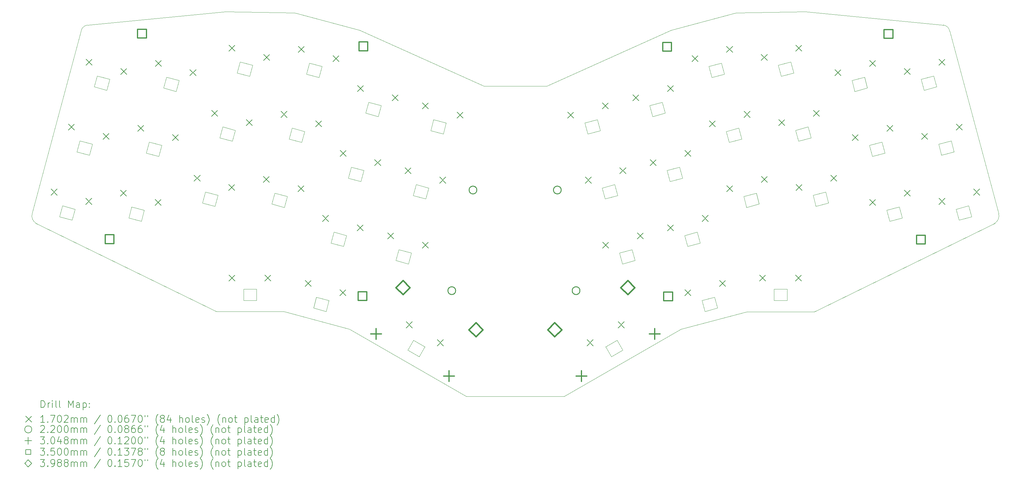
<source format=gbr>
%TF.GenerationSoftware,KiCad,Pcbnew,8.0.4*%
%TF.CreationDate,2024-08-14T21:55:23+09:00*%
%TF.ProjectId,TrueStrike42,54727565-5374-4726-996b-6534322e6b69,rev?*%
%TF.SameCoordinates,Original*%
%TF.FileFunction,Drillmap*%
%TF.FilePolarity,Positive*%
%FSLAX45Y45*%
G04 Gerber Fmt 4.5, Leading zero omitted, Abs format (unit mm)*
G04 Created by KiCad (PCBNEW 8.0.4) date 2024-08-14 21:55:23*
%MOMM*%
%LPD*%
G01*
G04 APERTURE LIST*
%ADD10C,0.050000*%
%ADD11C,0.120000*%
%ADD12C,0.200000*%
%ADD13C,0.170180*%
%ADD14C,0.220000*%
%ADD15C,0.304800*%
%ADD16C,0.350000*%
%ADD17C,0.398780*%
G04 APERTURE END LIST*
D10*
X28527118Y-8911401D02*
X27140561Y-3739272D01*
X2539363Y-3739272D02*
G75*
G02*
X2722968Y-3564044I208596J-34762D01*
G01*
X23301957Y-11684041D02*
X28416958Y-9179041D01*
X26956956Y-3564041D02*
X23051957Y-3184041D01*
X1261956Y-9179040D02*
X6371957Y-11679041D01*
X23051957Y-3184041D02*
X21086957Y-3219040D01*
X10141957Y-12179042D02*
X13446957Y-14084041D01*
X13951957Y-5296788D02*
X10431956Y-3714040D01*
X10431956Y-3714040D02*
X8591956Y-3219041D01*
X19531956Y-12179040D02*
X21391957Y-11684041D01*
X28527118Y-8911401D02*
G75*
G02*
X28416958Y-9179042I-240159J-57643D01*
G01*
X26956956Y-3564041D02*
G75*
G02*
X27140558Y-3739273I-24987J-209982D01*
G01*
X21391957Y-11684041D02*
X23301957Y-11684041D01*
X15731955Y-5296788D02*
X13951957Y-5296788D01*
X16221957Y-14084040D02*
X19531956Y-12179040D01*
X21086957Y-3219040D02*
X19246956Y-3714041D01*
X1261956Y-9179040D02*
G75*
G02*
X1151798Y-8911403I130001J209997D01*
G01*
X2539363Y-3739272D02*
X1151794Y-8911402D01*
X13446957Y-14084041D02*
X16221957Y-14084040D01*
X8591956Y-3219041D02*
X6631957Y-3189041D01*
X8286956Y-11679041D02*
X10141957Y-12179042D01*
X6631957Y-3189041D02*
X2722967Y-3564041D01*
X19246956Y-3714041D02*
X15731955Y-5296788D01*
X6371957Y-11679041D02*
X8286956Y-11679041D01*
D11*
X19491294Y-7589215D02*
X19574634Y-7900243D01*
X19491294Y-7589215D02*
X19135834Y-7684460D01*
X19219174Y-7995488D02*
X19135834Y-7684460D01*
X19574634Y-7900243D02*
X19219174Y-7995488D01*
X2994045Y-5003652D02*
X3349505Y-5098897D01*
X3349505Y-5098897D02*
X3266166Y-5409925D01*
X2910705Y-5314680D02*
X3266166Y-5409925D01*
X2910705Y-5314680D02*
X2994045Y-5003652D01*
X11537088Y-9922354D02*
X11892549Y-10017599D01*
X11892549Y-10017599D02*
X11809209Y-10328627D01*
X11453749Y-10233382D02*
X11809209Y-10328627D01*
X11453749Y-10233382D02*
X11537088Y-9922354D01*
X18642783Y-5844373D02*
X18998243Y-5749127D01*
X18998243Y-5749127D02*
X19081583Y-6060155D01*
X18726122Y-6155401D02*
X19081583Y-6060155D01*
X18726122Y-6155401D02*
X18642783Y-5844373D01*
X9697001Y-9429304D02*
X10052461Y-9524549D01*
X10052461Y-9524549D02*
X9969121Y-9835577D01*
X9613661Y-9740332D02*
X9969121Y-9835577D01*
X9613661Y-9740332D02*
X9697001Y-9429304D01*
X4819807Y-6972014D02*
X4736467Y-7283042D01*
X4819807Y-6972014D02*
X4464346Y-6876769D01*
X4381007Y-7187797D02*
X4464346Y-6876769D01*
X4736467Y-7283042D02*
X4381007Y-7187797D01*
X22281873Y-4704931D02*
X22637333Y-4609686D01*
X22637333Y-4609686D02*
X22720673Y-4920714D01*
X22365213Y-5015959D02*
X22720673Y-4920714D01*
X22365213Y-5015959D02*
X22281873Y-4704931D01*
X6057909Y-8289863D02*
X6413370Y-8385108D01*
X6413370Y-8385108D02*
X6330030Y-8696137D01*
X5974569Y-8600891D02*
X6330030Y-8696137D01*
X5974569Y-8600891D02*
X6057909Y-8289863D01*
X2007945Y-8683829D02*
X2363406Y-8779075D01*
X2363406Y-8779075D02*
X2280066Y-9090103D01*
X1924605Y-8994857D02*
X2280066Y-9090103D01*
X1924605Y-8994857D02*
X2007945Y-8683829D01*
X23130384Y-6449774D02*
X23213723Y-6760802D01*
X23130384Y-6449774D02*
X22774923Y-6545019D01*
X22858263Y-6856048D02*
X22774923Y-6545019D01*
X23213723Y-6760802D02*
X22858263Y-6856048D01*
X17788794Y-10017599D02*
X18144255Y-9922354D01*
X18144255Y-9922354D02*
X18227595Y-10233382D01*
X17872134Y-10328627D02*
X18227595Y-10233382D01*
X17872134Y-10328627D02*
X17788794Y-10017599D01*
X9559410Y-11364638D02*
X9476070Y-11675666D01*
X9559410Y-11364638D02*
X9203949Y-11269393D01*
X9120609Y-11580421D02*
X9203949Y-11269393D01*
X9476070Y-11675666D02*
X9120609Y-11580421D01*
X27180349Y-6843740D02*
X27263689Y-7154768D01*
X27180349Y-6843740D02*
X26824888Y-6938985D01*
X26908228Y-7250013D02*
X26824888Y-6938985D01*
X27263689Y-7154768D02*
X26908228Y-7250013D01*
X19628884Y-9524550D02*
X19984345Y-9429305D01*
X19984345Y-9429305D02*
X20067685Y-9740333D01*
X19712224Y-9835578D02*
X20067685Y-9740333D01*
X19712224Y-9835578D02*
X19628884Y-9524550D01*
X21304622Y-8418136D02*
X21660083Y-8322891D01*
X21660083Y-8322891D02*
X21743422Y-8633919D01*
X21387962Y-8729165D02*
X21743422Y-8633919D01*
X21387962Y-8729165D02*
X21304622Y-8418136D01*
X20477394Y-11269393D02*
X20560734Y-11580422D01*
X20477394Y-11269393D02*
X20121933Y-11364639D01*
X20205273Y-11675667D02*
X20121933Y-11364639D01*
X20560734Y-11580422D02*
X20205273Y-11675667D01*
X17715288Y-12490056D02*
X17876288Y-12768916D01*
X17715288Y-12490056D02*
X17396590Y-12674056D01*
X17557590Y-12952916D02*
X17396590Y-12674056D01*
X17876288Y-12768916D02*
X17557590Y-12952916D01*
X2856456Y-6938985D02*
X2773117Y-7250013D01*
X2856456Y-6938985D02*
X2500996Y-6843740D01*
X2417656Y-7154768D02*
X2500996Y-6843740D01*
X2773117Y-7250013D02*
X2417656Y-7154768D01*
X3971296Y-8716856D02*
X4326757Y-8812101D01*
X4326757Y-8812101D02*
X4243417Y-9123130D01*
X3887956Y-9027884D02*
X4243417Y-9123130D01*
X3887956Y-9027884D02*
X3971296Y-8716856D01*
X8869773Y-6578047D02*
X8786433Y-6889075D01*
X8869773Y-6578047D02*
X8514312Y-6482801D01*
X8430972Y-6793829D02*
X8514312Y-6482801D01*
X8786433Y-6889075D02*
X8430972Y-6793829D01*
X25216998Y-6876767D02*
X25300338Y-7187795D01*
X25216998Y-6876767D02*
X24861537Y-6972012D01*
X24944877Y-7283040D02*
X24861537Y-6972012D01*
X25300338Y-7187795D02*
X24944877Y-7283040D01*
X22532314Y-11044292D02*
X22532314Y-11366292D01*
X22532314Y-11044292D02*
X22164315Y-11044292D01*
X22164315Y-11366292D02*
X22164315Y-11044292D01*
X22532314Y-11366292D02*
X22164315Y-11366292D01*
X8021262Y-8322891D02*
X8376722Y-8418137D01*
X8376722Y-8418137D02*
X8293383Y-8729165D01*
X7937922Y-8633919D02*
X8293383Y-8729165D01*
X7937922Y-8633919D02*
X8021262Y-8322891D01*
X17651204Y-8082266D02*
X17734544Y-8393295D01*
X17651204Y-8082266D02*
X17295744Y-8177512D01*
X17379084Y-8488540D02*
X17295744Y-8177512D01*
X17734544Y-8393295D02*
X17379084Y-8488540D01*
X7044010Y-4609685D02*
X7399471Y-4704930D01*
X7399471Y-4704930D02*
X7316131Y-5015958D01*
X6960670Y-4920713D02*
X7316131Y-5015958D01*
X6960670Y-4920713D02*
X7044010Y-4609685D01*
X9007362Y-4642714D02*
X9362823Y-4737960D01*
X9362823Y-4737960D02*
X9279483Y-5048988D01*
X8924022Y-4953742D02*
X9279483Y-5048988D01*
X8924022Y-4953742D02*
X9007362Y-4642714D01*
X12523189Y-6242176D02*
X12878650Y-6337422D01*
X12878650Y-6337422D02*
X12795310Y-6648450D01*
X12439849Y-6553204D02*
X12795310Y-6648450D01*
X12439849Y-6553204D02*
X12523189Y-6242176D01*
X23267973Y-8385108D02*
X23623434Y-8289863D01*
X23623434Y-8289863D02*
X23706773Y-8600891D01*
X23351313Y-8696136D02*
X23706773Y-8600891D01*
X23351313Y-8696136D02*
X23267973Y-8385108D01*
X21167032Y-6482803D02*
X21250372Y-6793831D01*
X21167032Y-6482803D02*
X20811571Y-6578048D01*
X20894911Y-6889076D02*
X20811571Y-6578048D01*
X21250372Y-6793831D02*
X20894911Y-6889076D01*
X27317938Y-8779074D02*
X27673398Y-8683829D01*
X27673398Y-8683829D02*
X27756738Y-8994857D01*
X27401277Y-9090102D02*
X27756738Y-8994857D01*
X27401277Y-9090102D02*
X27317938Y-8779074D01*
X24368486Y-5131926D02*
X24723947Y-5036680D01*
X24723947Y-5036680D02*
X24807287Y-5347708D01*
X24451826Y-5442954D02*
X24807287Y-5347708D01*
X24451826Y-5442954D02*
X24368486Y-5131926D01*
X20318521Y-4737960D02*
X20673982Y-4642714D01*
X20673982Y-4642714D02*
X20757322Y-4953742D01*
X20401861Y-5048988D02*
X20757322Y-4953742D01*
X20401861Y-5048988D02*
X20318521Y-4737960D01*
X12385599Y-8177510D02*
X12302259Y-8488539D01*
X12385599Y-8177510D02*
X12030139Y-8082265D01*
X11946799Y-8393293D02*
X12030139Y-8082265D01*
X12302259Y-8488539D02*
X11946799Y-8393293D01*
X26331837Y-5098898D02*
X26687298Y-5003652D01*
X26687298Y-5003652D02*
X26770637Y-5314680D01*
X26415177Y-5409926D02*
X26770637Y-5314680D01*
X26415177Y-5409926D02*
X26331837Y-5098898D01*
X25354587Y-8812103D02*
X25710048Y-8716857D01*
X25710048Y-8716857D02*
X25793387Y-9027886D01*
X25437927Y-9123131D02*
X25793387Y-9027886D01*
X25437927Y-9123131D02*
X25354587Y-8812103D01*
X4957398Y-5036679D02*
X5312858Y-5131924D01*
X5312858Y-5131924D02*
X5229519Y-5442952D01*
X4874058Y-5347707D02*
X5229519Y-5442952D01*
X4874058Y-5347707D02*
X4957398Y-5036679D01*
X10545512Y-7684461D02*
X10462172Y-7995489D01*
X10545512Y-7684461D02*
X10190051Y-7589215D01*
X10106712Y-7900244D02*
X10190051Y-7589215D01*
X10462172Y-7995489D02*
X10106712Y-7900244D01*
X6906421Y-6545019D02*
X6823081Y-6856047D01*
X6906421Y-6545019D02*
X6550960Y-6449774D01*
X6467620Y-6760802D02*
X6550960Y-6449774D01*
X6823081Y-6856047D02*
X6467620Y-6760802D01*
X16802694Y-6337421D02*
X17158155Y-6242176D01*
X17158155Y-6242176D02*
X17241495Y-6553204D01*
X16886034Y-6648449D02*
X17241495Y-6553204D01*
X16886034Y-6648449D02*
X16802694Y-6337421D01*
X7507029Y-11044290D02*
X7507029Y-11366290D01*
X7507029Y-11044290D02*
X7139029Y-11044290D01*
X7139029Y-11366290D02*
X7139029Y-11044290D01*
X7507029Y-11366290D02*
X7139029Y-11366290D01*
X10683099Y-5749127D02*
X11038559Y-5844372D01*
X11038559Y-5844372D02*
X10955219Y-6155400D01*
X10599759Y-6060155D02*
X10955219Y-6155400D01*
X10599759Y-6060155D02*
X10683099Y-5749127D01*
X12274753Y-12674056D02*
X12113753Y-12952916D01*
X12274753Y-12674056D02*
X11956056Y-12490056D01*
X11795056Y-12768916D02*
X11956056Y-12490056D01*
X12113753Y-12952916D02*
X11795056Y-12768916D01*
D12*
D13*
X1691487Y-8210374D02*
X1861667Y-8380554D01*
X1861667Y-8210374D02*
X1691487Y-8380554D01*
X2184538Y-6370285D02*
X2354718Y-6540465D01*
X2354718Y-6370285D02*
X2184538Y-6540465D01*
X2672868Y-8473334D02*
X2843048Y-8643514D01*
X2843048Y-8473334D02*
X2672868Y-8643514D01*
X2677588Y-4530195D02*
X2847768Y-4700375D01*
X2847768Y-4530195D02*
X2677588Y-4700375D01*
X3165918Y-6633245D02*
X3336098Y-6803425D01*
X3336098Y-6633245D02*
X3165918Y-6803425D01*
X3654838Y-8243401D02*
X3825018Y-8413581D01*
X3825018Y-8243401D02*
X3654838Y-8413581D01*
X3658969Y-4793156D02*
X3829149Y-4963336D01*
X3829149Y-4793156D02*
X3658969Y-4963336D01*
X4147889Y-6403312D02*
X4318069Y-6573492D01*
X4318069Y-6403312D02*
X4147889Y-6573492D01*
X4636219Y-8506361D02*
X4806399Y-8676541D01*
X4806399Y-8506361D02*
X4636219Y-8676541D01*
X4640938Y-4563224D02*
X4811118Y-4733404D01*
X4811118Y-4563224D02*
X4640938Y-4733404D01*
X5129269Y-6666273D02*
X5299449Y-6836453D01*
X5299449Y-6666273D02*
X5129269Y-6836453D01*
X5622319Y-4826184D02*
X5792499Y-4996364D01*
X5792499Y-4826184D02*
X5622319Y-4996364D01*
X5741453Y-7816408D02*
X5911633Y-7986588D01*
X5911633Y-7816408D02*
X5741453Y-7986588D01*
X6234502Y-5976320D02*
X6404682Y-6146500D01*
X6404682Y-5976320D02*
X6234502Y-6146500D01*
X6722834Y-8079368D02*
X6893014Y-8249548D01*
X6893014Y-8079368D02*
X6722834Y-8249548D01*
X6727552Y-4136230D02*
X6897732Y-4306410D01*
X6897732Y-4136230D02*
X6727552Y-4306410D01*
X6729939Y-10643951D02*
X6900119Y-10814131D01*
X6900119Y-10643951D02*
X6729939Y-10814131D01*
X7215883Y-6239280D02*
X7386063Y-6409460D01*
X7386063Y-6239280D02*
X7215883Y-6409460D01*
X7704804Y-7849436D02*
X7874984Y-8019616D01*
X7874984Y-7849436D02*
X7704804Y-8019616D01*
X7708933Y-4399190D02*
X7879113Y-4569370D01*
X7879113Y-4399190D02*
X7708933Y-4569370D01*
X7745939Y-10643951D02*
X7916119Y-10814131D01*
X7916119Y-10643951D02*
X7745939Y-10814131D01*
X8197854Y-6009346D02*
X8368034Y-6179526D01*
X8368034Y-6009346D02*
X8197854Y-6179526D01*
X8686185Y-8112396D02*
X8856365Y-8282576D01*
X8856365Y-8112396D02*
X8686185Y-8282576D01*
X8690903Y-4169257D02*
X8861083Y-4339437D01*
X8861083Y-4169257D02*
X8690903Y-4339437D01*
X8887492Y-10795937D02*
X9057672Y-10966117D01*
X9057672Y-10795937D02*
X8887492Y-10966117D01*
X9179234Y-6272306D02*
X9349414Y-6442486D01*
X9349414Y-6272306D02*
X9179234Y-6442486D01*
X9380543Y-8955849D02*
X9550723Y-9126029D01*
X9550723Y-8955849D02*
X9380543Y-9126029D01*
X9672284Y-4432218D02*
X9842464Y-4602398D01*
X9842464Y-4432218D02*
X9672284Y-4602398D01*
X9868873Y-11058897D02*
X10039053Y-11229077D01*
X10039053Y-11058897D02*
X9868873Y-11229077D01*
X9873592Y-7115759D02*
X10043772Y-7285939D01*
X10043772Y-7115759D02*
X9873592Y-7285939D01*
X10361924Y-9218809D02*
X10532104Y-9388989D01*
X10532104Y-9218809D02*
X10361924Y-9388989D01*
X10366644Y-5275672D02*
X10536824Y-5445852D01*
X10536824Y-5275672D02*
X10366644Y-5445852D01*
X10854973Y-7378720D02*
X11025153Y-7548900D01*
X11025153Y-7378720D02*
X10854973Y-7548900D01*
X11220631Y-9448899D02*
X11390811Y-9619079D01*
X11390811Y-9448899D02*
X11220631Y-9619079D01*
X11348024Y-5538632D02*
X11518204Y-5708812D01*
X11518204Y-5538632D02*
X11348024Y-5708812D01*
X11713682Y-7608811D02*
X11883862Y-7778991D01*
X11883862Y-7608811D02*
X11713682Y-7778991D01*
X11747999Y-11969950D02*
X11918179Y-12140130D01*
X11918179Y-11969950D02*
X11747999Y-12140130D01*
X12202012Y-9711859D02*
X12372192Y-9882039D01*
X12372192Y-9711859D02*
X12202012Y-9882039D01*
X12206732Y-5768723D02*
X12376912Y-5938903D01*
X12376912Y-5768723D02*
X12206732Y-5938903D01*
X12627881Y-12477950D02*
X12798061Y-12648130D01*
X12798061Y-12477950D02*
X12627881Y-12648130D01*
X12695063Y-7871771D02*
X12865243Y-8041951D01*
X12865243Y-7871771D02*
X12695063Y-8041951D01*
X13188112Y-6031683D02*
X13358292Y-6201863D01*
X13358292Y-6031683D02*
X13188112Y-6201863D01*
X16323052Y-6031681D02*
X16493232Y-6201861D01*
X16493232Y-6031681D02*
X16323052Y-6201861D01*
X16816101Y-7871771D02*
X16986281Y-8041951D01*
X16986281Y-7871771D02*
X16816101Y-8041951D01*
X16873284Y-12477950D02*
X17043464Y-12648130D01*
X17043464Y-12477950D02*
X16873284Y-12648130D01*
X17304432Y-5768721D02*
X17474612Y-5938901D01*
X17474612Y-5768721D02*
X17304432Y-5938901D01*
X17309152Y-9711858D02*
X17479332Y-9882038D01*
X17479332Y-9711858D02*
X17309152Y-9882038D01*
X17753166Y-11969950D02*
X17923346Y-12140130D01*
X17923346Y-11969950D02*
X17753166Y-12140130D01*
X17797482Y-7608810D02*
X17967662Y-7778990D01*
X17967662Y-7608810D02*
X17797482Y-7778990D01*
X18163140Y-5538631D02*
X18333320Y-5708811D01*
X18333320Y-5538631D02*
X18163140Y-5708811D01*
X18290533Y-9448898D02*
X18460713Y-9619078D01*
X18460713Y-9448898D02*
X18290533Y-9619078D01*
X18656191Y-7378720D02*
X18826371Y-7548900D01*
X18826371Y-7378720D02*
X18656191Y-7548900D01*
X19144520Y-5275671D02*
X19314700Y-5445851D01*
X19314700Y-5275671D02*
X19144520Y-5445851D01*
X19149241Y-9218808D02*
X19319421Y-9388988D01*
X19319421Y-9218808D02*
X19149241Y-9388988D01*
X19637572Y-7115760D02*
X19807752Y-7285940D01*
X19807752Y-7115760D02*
X19637572Y-7285940D01*
X19642291Y-11058897D02*
X19812471Y-11229077D01*
X19812471Y-11058897D02*
X19642291Y-11229077D01*
X19838879Y-4432219D02*
X20009059Y-4602399D01*
X20009059Y-4432219D02*
X19838879Y-4602399D01*
X20130621Y-8955848D02*
X20300801Y-9126028D01*
X20300801Y-8955848D02*
X20130621Y-9126028D01*
X20331928Y-6272307D02*
X20502108Y-6442487D01*
X20502108Y-6272307D02*
X20331928Y-6442487D01*
X20623672Y-10795937D02*
X20793852Y-10966117D01*
X20793852Y-10795937D02*
X20623672Y-10966117D01*
X20820259Y-4169258D02*
X20990439Y-4339439D01*
X20990439Y-4169258D02*
X20820259Y-4339439D01*
X20824979Y-8112396D02*
X20995159Y-8282576D01*
X20995159Y-8112396D02*
X20824979Y-8282576D01*
X21313309Y-6009347D02*
X21483489Y-6179527D01*
X21483489Y-6009347D02*
X21313309Y-6179527D01*
X21755224Y-10643951D02*
X21925404Y-10814131D01*
X21925404Y-10643951D02*
X21755224Y-10814131D01*
X21802229Y-4399189D02*
X21972409Y-4569369D01*
X21972409Y-4399189D02*
X21802229Y-4569369D01*
X21806360Y-7849436D02*
X21976540Y-8019616D01*
X21976540Y-7849436D02*
X21806360Y-8019616D01*
X22295280Y-6239278D02*
X22465460Y-6409458D01*
X22465460Y-6239278D02*
X22295280Y-6409458D01*
X22771224Y-10643951D02*
X22941404Y-10814131D01*
X22941404Y-10643951D02*
X22771224Y-10814131D01*
X22783610Y-4136229D02*
X22953790Y-4306409D01*
X22953790Y-4136229D02*
X22783610Y-4306409D01*
X22788330Y-8079367D02*
X22958510Y-8249547D01*
X22958510Y-8079367D02*
X22788330Y-8249547D01*
X23276661Y-5976317D02*
X23446841Y-6146497D01*
X23446841Y-5976317D02*
X23276661Y-6146497D01*
X23769710Y-7816407D02*
X23939890Y-7986587D01*
X23939890Y-7816407D02*
X23769710Y-7986587D01*
X23888844Y-4826184D02*
X24059024Y-4996364D01*
X24059024Y-4826184D02*
X23888844Y-4996364D01*
X24381894Y-6666272D02*
X24552074Y-6836452D01*
X24552074Y-6666272D02*
X24381894Y-6836452D01*
X24870224Y-4563224D02*
X25040404Y-4733404D01*
X25040404Y-4563224D02*
X24870224Y-4733404D01*
X24874944Y-8506361D02*
X25045124Y-8676541D01*
X25045124Y-8506361D02*
X24874944Y-8676541D01*
X25363274Y-6403312D02*
X25533454Y-6573492D01*
X25533454Y-6403312D02*
X25363274Y-6573492D01*
X25852194Y-4793156D02*
X26022374Y-4963336D01*
X26022374Y-4793156D02*
X25852194Y-4963336D01*
X25856325Y-8243401D02*
X26026505Y-8413581D01*
X26026505Y-8243401D02*
X25856325Y-8413581D01*
X26345245Y-6633245D02*
X26515425Y-6803425D01*
X26515425Y-6633245D02*
X26345245Y-6803425D01*
X26833575Y-4530196D02*
X27003755Y-4700376D01*
X27003755Y-4530196D02*
X26833575Y-4700376D01*
X26838297Y-8473333D02*
X27008477Y-8643513D01*
X27008477Y-8473333D02*
X26838297Y-8643513D01*
X27326625Y-6370284D02*
X27496805Y-6540464D01*
X27496805Y-6370284D02*
X27326625Y-6540464D01*
X27819677Y-8210372D02*
X27989857Y-8380552D01*
X27989857Y-8210372D02*
X27819677Y-8380552D01*
D14*
X13147374Y-11087806D02*
G75*
G02*
X12927374Y-11087806I-110000J0D01*
G01*
X12927374Y-11087806D02*
G75*
G02*
X13147374Y-11087806I110000J0D01*
G01*
X13747374Y-8237806D02*
G75*
G02*
X13527374Y-8237806I-110000J0D01*
G01*
X13527374Y-8237806D02*
G75*
G02*
X13747374Y-8237806I110000J0D01*
G01*
X16137374Y-8237806D02*
G75*
G02*
X15917374Y-8237806I-110000J0D01*
G01*
X15917374Y-8237806D02*
G75*
G02*
X16137374Y-8237806I110000J0D01*
G01*
X16667374Y-11087806D02*
G75*
G02*
X16447374Y-11087806I-110000J0D01*
G01*
X16447374Y-11087806D02*
G75*
G02*
X16667374Y-11087806I110000J0D01*
G01*
D15*
X10889919Y-12164659D02*
X10889919Y-12469459D01*
X10737519Y-12317059D02*
X11042319Y-12317059D01*
X12957641Y-13358459D02*
X12957641Y-13663259D01*
X12805241Y-13510859D02*
X13110041Y-13510859D01*
X16713704Y-13358459D02*
X16713704Y-13663259D01*
X16561304Y-13510859D02*
X16866104Y-13510859D01*
X18781426Y-12164659D02*
X18781426Y-12469459D01*
X18629026Y-12317059D02*
X18933826Y-12317059D01*
D16*
X3468827Y-9752785D02*
X3468827Y-9505295D01*
X3221337Y-9505295D01*
X3221337Y-9752785D01*
X3468827Y-9752785D01*
X4388826Y-3932785D02*
X4388826Y-3685295D01*
X4141336Y-3685295D01*
X4141336Y-3932785D01*
X4388826Y-3932785D01*
X10628827Y-11362785D02*
X10628827Y-11115295D01*
X10381337Y-11115295D01*
X10381337Y-11362785D01*
X10628827Y-11362785D01*
X10658826Y-4292785D02*
X10658826Y-4045295D01*
X10411337Y-4045295D01*
X10411337Y-4292785D01*
X10658826Y-4292785D01*
X19258827Y-4302785D02*
X19258827Y-4055295D01*
X19011337Y-4055295D01*
X19011337Y-4302785D01*
X19258827Y-4302785D01*
X19288827Y-11372784D02*
X19288827Y-11125295D01*
X19041337Y-11125295D01*
X19041337Y-11372784D01*
X19288827Y-11372784D01*
X25528826Y-3942785D02*
X25528826Y-3695295D01*
X25281336Y-3695295D01*
X25281336Y-3942785D01*
X25528826Y-3942785D01*
X26448826Y-9762785D02*
X26448826Y-9515295D01*
X26201337Y-9515295D01*
X26201337Y-9762785D01*
X26448826Y-9762785D01*
D17*
X11651919Y-11196626D02*
X11851309Y-10997236D01*
X11651919Y-10797846D01*
X11452529Y-10997236D01*
X11651919Y-11196626D01*
X13719641Y-12390426D02*
X13919031Y-12191036D01*
X13719641Y-11991646D01*
X13520251Y-12191036D01*
X13719641Y-12390426D01*
X15951704Y-12390426D02*
X16151094Y-12191036D01*
X15951704Y-11991646D01*
X15752314Y-12191036D01*
X15951704Y-12390426D01*
X18019426Y-11196626D02*
X18218816Y-10997236D01*
X18019426Y-10797846D01*
X17820036Y-10997236D01*
X18019426Y-11196626D01*
D12*
X1403254Y-14398025D02*
X1403254Y-14198025D01*
X1403254Y-14198025D02*
X1450873Y-14198025D01*
X1450873Y-14198025D02*
X1479445Y-14207549D01*
X1479445Y-14207549D02*
X1498492Y-14226596D01*
X1498492Y-14226596D02*
X1508016Y-14245644D01*
X1508016Y-14245644D02*
X1517540Y-14283739D01*
X1517540Y-14283739D02*
X1517540Y-14312311D01*
X1517540Y-14312311D02*
X1508016Y-14350406D01*
X1508016Y-14350406D02*
X1498492Y-14369453D01*
X1498492Y-14369453D02*
X1479445Y-14388501D01*
X1479445Y-14388501D02*
X1450873Y-14398025D01*
X1450873Y-14398025D02*
X1403254Y-14398025D01*
X1603254Y-14398025D02*
X1603254Y-14264692D01*
X1603254Y-14302787D02*
X1612778Y-14283739D01*
X1612778Y-14283739D02*
X1622302Y-14274215D01*
X1622302Y-14274215D02*
X1641349Y-14264692D01*
X1641349Y-14264692D02*
X1660397Y-14264692D01*
X1727064Y-14398025D02*
X1727064Y-14264692D01*
X1727064Y-14198025D02*
X1717540Y-14207549D01*
X1717540Y-14207549D02*
X1727064Y-14217073D01*
X1727064Y-14217073D02*
X1736588Y-14207549D01*
X1736588Y-14207549D02*
X1727064Y-14198025D01*
X1727064Y-14198025D02*
X1727064Y-14217073D01*
X1850873Y-14398025D02*
X1831826Y-14388501D01*
X1831826Y-14388501D02*
X1822302Y-14369453D01*
X1822302Y-14369453D02*
X1822302Y-14198025D01*
X1955635Y-14398025D02*
X1936588Y-14388501D01*
X1936588Y-14388501D02*
X1927064Y-14369453D01*
X1927064Y-14369453D02*
X1927064Y-14198025D01*
X2184207Y-14398025D02*
X2184207Y-14198025D01*
X2184207Y-14198025D02*
X2250873Y-14340882D01*
X2250873Y-14340882D02*
X2317540Y-14198025D01*
X2317540Y-14198025D02*
X2317540Y-14398025D01*
X2498492Y-14398025D02*
X2498492Y-14293263D01*
X2498492Y-14293263D02*
X2488969Y-14274215D01*
X2488969Y-14274215D02*
X2469921Y-14264692D01*
X2469921Y-14264692D02*
X2431826Y-14264692D01*
X2431826Y-14264692D02*
X2412778Y-14274215D01*
X2498492Y-14388501D02*
X2479445Y-14398025D01*
X2479445Y-14398025D02*
X2431826Y-14398025D01*
X2431826Y-14398025D02*
X2412778Y-14388501D01*
X2412778Y-14388501D02*
X2403254Y-14369453D01*
X2403254Y-14369453D02*
X2403254Y-14350406D01*
X2403254Y-14350406D02*
X2412778Y-14331358D01*
X2412778Y-14331358D02*
X2431826Y-14321834D01*
X2431826Y-14321834D02*
X2479445Y-14321834D01*
X2479445Y-14321834D02*
X2498492Y-14312311D01*
X2593731Y-14264692D02*
X2593731Y-14464692D01*
X2593731Y-14274215D02*
X2612778Y-14264692D01*
X2612778Y-14264692D02*
X2650873Y-14264692D01*
X2650873Y-14264692D02*
X2669921Y-14274215D01*
X2669921Y-14274215D02*
X2679445Y-14283739D01*
X2679445Y-14283739D02*
X2688969Y-14302787D01*
X2688969Y-14302787D02*
X2688969Y-14359930D01*
X2688969Y-14359930D02*
X2679445Y-14378977D01*
X2679445Y-14378977D02*
X2669921Y-14388501D01*
X2669921Y-14388501D02*
X2650873Y-14398025D01*
X2650873Y-14398025D02*
X2612778Y-14398025D01*
X2612778Y-14398025D02*
X2593731Y-14388501D01*
X2774683Y-14378977D02*
X2784207Y-14388501D01*
X2784207Y-14388501D02*
X2774683Y-14398025D01*
X2774683Y-14398025D02*
X2765159Y-14388501D01*
X2765159Y-14388501D02*
X2774683Y-14378977D01*
X2774683Y-14378977D02*
X2774683Y-14398025D01*
X2774683Y-14274215D02*
X2784207Y-14283739D01*
X2784207Y-14283739D02*
X2774683Y-14293263D01*
X2774683Y-14293263D02*
X2765159Y-14283739D01*
X2765159Y-14283739D02*
X2774683Y-14274215D01*
X2774683Y-14274215D02*
X2774683Y-14293263D01*
D13*
X972297Y-14641451D02*
X1142478Y-14811631D01*
X1142478Y-14641451D02*
X972297Y-14811631D01*
D12*
X1508016Y-14818025D02*
X1393731Y-14818025D01*
X1450873Y-14818025D02*
X1450873Y-14618025D01*
X1450873Y-14618025D02*
X1431826Y-14646596D01*
X1431826Y-14646596D02*
X1412778Y-14665644D01*
X1412778Y-14665644D02*
X1393731Y-14675168D01*
X1593730Y-14798977D02*
X1603254Y-14808501D01*
X1603254Y-14808501D02*
X1593730Y-14818025D01*
X1593730Y-14818025D02*
X1584207Y-14808501D01*
X1584207Y-14808501D02*
X1593730Y-14798977D01*
X1593730Y-14798977D02*
X1593730Y-14818025D01*
X1669921Y-14618025D02*
X1803254Y-14618025D01*
X1803254Y-14618025D02*
X1717540Y-14818025D01*
X1917540Y-14618025D02*
X1936588Y-14618025D01*
X1936588Y-14618025D02*
X1955635Y-14627549D01*
X1955635Y-14627549D02*
X1965159Y-14637073D01*
X1965159Y-14637073D02*
X1974683Y-14656120D01*
X1974683Y-14656120D02*
X1984207Y-14694215D01*
X1984207Y-14694215D02*
X1984207Y-14741834D01*
X1984207Y-14741834D02*
X1974683Y-14779930D01*
X1974683Y-14779930D02*
X1965159Y-14798977D01*
X1965159Y-14798977D02*
X1955635Y-14808501D01*
X1955635Y-14808501D02*
X1936588Y-14818025D01*
X1936588Y-14818025D02*
X1917540Y-14818025D01*
X1917540Y-14818025D02*
X1898492Y-14808501D01*
X1898492Y-14808501D02*
X1888969Y-14798977D01*
X1888969Y-14798977D02*
X1879445Y-14779930D01*
X1879445Y-14779930D02*
X1869921Y-14741834D01*
X1869921Y-14741834D02*
X1869921Y-14694215D01*
X1869921Y-14694215D02*
X1879445Y-14656120D01*
X1879445Y-14656120D02*
X1888969Y-14637073D01*
X1888969Y-14637073D02*
X1898492Y-14627549D01*
X1898492Y-14627549D02*
X1917540Y-14618025D01*
X2060397Y-14637073D02*
X2069921Y-14627549D01*
X2069921Y-14627549D02*
X2088969Y-14618025D01*
X2088969Y-14618025D02*
X2136588Y-14618025D01*
X2136588Y-14618025D02*
X2155635Y-14627549D01*
X2155635Y-14627549D02*
X2165159Y-14637073D01*
X2165159Y-14637073D02*
X2174683Y-14656120D01*
X2174683Y-14656120D02*
X2174683Y-14675168D01*
X2174683Y-14675168D02*
X2165159Y-14703739D01*
X2165159Y-14703739D02*
X2050873Y-14818025D01*
X2050873Y-14818025D02*
X2174683Y-14818025D01*
X2260397Y-14818025D02*
X2260397Y-14684692D01*
X2260397Y-14703739D02*
X2269921Y-14694215D01*
X2269921Y-14694215D02*
X2288969Y-14684692D01*
X2288969Y-14684692D02*
X2317540Y-14684692D01*
X2317540Y-14684692D02*
X2336588Y-14694215D01*
X2336588Y-14694215D02*
X2346112Y-14713263D01*
X2346112Y-14713263D02*
X2346112Y-14818025D01*
X2346112Y-14713263D02*
X2355635Y-14694215D01*
X2355635Y-14694215D02*
X2374683Y-14684692D01*
X2374683Y-14684692D02*
X2403254Y-14684692D01*
X2403254Y-14684692D02*
X2422302Y-14694215D01*
X2422302Y-14694215D02*
X2431826Y-14713263D01*
X2431826Y-14713263D02*
X2431826Y-14818025D01*
X2527064Y-14818025D02*
X2527064Y-14684692D01*
X2527064Y-14703739D02*
X2536588Y-14694215D01*
X2536588Y-14694215D02*
X2555635Y-14684692D01*
X2555635Y-14684692D02*
X2584207Y-14684692D01*
X2584207Y-14684692D02*
X2603254Y-14694215D01*
X2603254Y-14694215D02*
X2612778Y-14713263D01*
X2612778Y-14713263D02*
X2612778Y-14818025D01*
X2612778Y-14713263D02*
X2622302Y-14694215D01*
X2622302Y-14694215D02*
X2641350Y-14684692D01*
X2641350Y-14684692D02*
X2669921Y-14684692D01*
X2669921Y-14684692D02*
X2688969Y-14694215D01*
X2688969Y-14694215D02*
X2698493Y-14713263D01*
X2698493Y-14713263D02*
X2698493Y-14818025D01*
X3088969Y-14608501D02*
X2917540Y-14865644D01*
X3346112Y-14618025D02*
X3365159Y-14618025D01*
X3365159Y-14618025D02*
X3384207Y-14627549D01*
X3384207Y-14627549D02*
X3393731Y-14637073D01*
X3393731Y-14637073D02*
X3403254Y-14656120D01*
X3403254Y-14656120D02*
X3412778Y-14694215D01*
X3412778Y-14694215D02*
X3412778Y-14741834D01*
X3412778Y-14741834D02*
X3403254Y-14779930D01*
X3403254Y-14779930D02*
X3393731Y-14798977D01*
X3393731Y-14798977D02*
X3384207Y-14808501D01*
X3384207Y-14808501D02*
X3365159Y-14818025D01*
X3365159Y-14818025D02*
X3346112Y-14818025D01*
X3346112Y-14818025D02*
X3327064Y-14808501D01*
X3327064Y-14808501D02*
X3317540Y-14798977D01*
X3317540Y-14798977D02*
X3308016Y-14779930D01*
X3308016Y-14779930D02*
X3298493Y-14741834D01*
X3298493Y-14741834D02*
X3298493Y-14694215D01*
X3298493Y-14694215D02*
X3308016Y-14656120D01*
X3308016Y-14656120D02*
X3317540Y-14637073D01*
X3317540Y-14637073D02*
X3327064Y-14627549D01*
X3327064Y-14627549D02*
X3346112Y-14618025D01*
X3498493Y-14798977D02*
X3508016Y-14808501D01*
X3508016Y-14808501D02*
X3498493Y-14818025D01*
X3498493Y-14818025D02*
X3488969Y-14808501D01*
X3488969Y-14808501D02*
X3498493Y-14798977D01*
X3498493Y-14798977D02*
X3498493Y-14818025D01*
X3631826Y-14618025D02*
X3650874Y-14618025D01*
X3650874Y-14618025D02*
X3669921Y-14627549D01*
X3669921Y-14627549D02*
X3679445Y-14637073D01*
X3679445Y-14637073D02*
X3688969Y-14656120D01*
X3688969Y-14656120D02*
X3698493Y-14694215D01*
X3698493Y-14694215D02*
X3698493Y-14741834D01*
X3698493Y-14741834D02*
X3688969Y-14779930D01*
X3688969Y-14779930D02*
X3679445Y-14798977D01*
X3679445Y-14798977D02*
X3669921Y-14808501D01*
X3669921Y-14808501D02*
X3650874Y-14818025D01*
X3650874Y-14818025D02*
X3631826Y-14818025D01*
X3631826Y-14818025D02*
X3612778Y-14808501D01*
X3612778Y-14808501D02*
X3603254Y-14798977D01*
X3603254Y-14798977D02*
X3593731Y-14779930D01*
X3593731Y-14779930D02*
X3584207Y-14741834D01*
X3584207Y-14741834D02*
X3584207Y-14694215D01*
X3584207Y-14694215D02*
X3593731Y-14656120D01*
X3593731Y-14656120D02*
X3603254Y-14637073D01*
X3603254Y-14637073D02*
X3612778Y-14627549D01*
X3612778Y-14627549D02*
X3631826Y-14618025D01*
X3869921Y-14618025D02*
X3831826Y-14618025D01*
X3831826Y-14618025D02*
X3812778Y-14627549D01*
X3812778Y-14627549D02*
X3803254Y-14637073D01*
X3803254Y-14637073D02*
X3784207Y-14665644D01*
X3784207Y-14665644D02*
X3774683Y-14703739D01*
X3774683Y-14703739D02*
X3774683Y-14779930D01*
X3774683Y-14779930D02*
X3784207Y-14798977D01*
X3784207Y-14798977D02*
X3793731Y-14808501D01*
X3793731Y-14808501D02*
X3812778Y-14818025D01*
X3812778Y-14818025D02*
X3850874Y-14818025D01*
X3850874Y-14818025D02*
X3869921Y-14808501D01*
X3869921Y-14808501D02*
X3879445Y-14798977D01*
X3879445Y-14798977D02*
X3888969Y-14779930D01*
X3888969Y-14779930D02*
X3888969Y-14732311D01*
X3888969Y-14732311D02*
X3879445Y-14713263D01*
X3879445Y-14713263D02*
X3869921Y-14703739D01*
X3869921Y-14703739D02*
X3850874Y-14694215D01*
X3850874Y-14694215D02*
X3812778Y-14694215D01*
X3812778Y-14694215D02*
X3793731Y-14703739D01*
X3793731Y-14703739D02*
X3784207Y-14713263D01*
X3784207Y-14713263D02*
X3774683Y-14732311D01*
X3955635Y-14618025D02*
X4088969Y-14618025D01*
X4088969Y-14618025D02*
X4003254Y-14818025D01*
X4203255Y-14618025D02*
X4222302Y-14618025D01*
X4222302Y-14618025D02*
X4241350Y-14627549D01*
X4241350Y-14627549D02*
X4250874Y-14637073D01*
X4250874Y-14637073D02*
X4260397Y-14656120D01*
X4260397Y-14656120D02*
X4269921Y-14694215D01*
X4269921Y-14694215D02*
X4269921Y-14741834D01*
X4269921Y-14741834D02*
X4260397Y-14779930D01*
X4260397Y-14779930D02*
X4250874Y-14798977D01*
X4250874Y-14798977D02*
X4241350Y-14808501D01*
X4241350Y-14808501D02*
X4222302Y-14818025D01*
X4222302Y-14818025D02*
X4203255Y-14818025D01*
X4203255Y-14818025D02*
X4184207Y-14808501D01*
X4184207Y-14808501D02*
X4174683Y-14798977D01*
X4174683Y-14798977D02*
X4165159Y-14779930D01*
X4165159Y-14779930D02*
X4155635Y-14741834D01*
X4155635Y-14741834D02*
X4155635Y-14694215D01*
X4155635Y-14694215D02*
X4165159Y-14656120D01*
X4165159Y-14656120D02*
X4174683Y-14637073D01*
X4174683Y-14637073D02*
X4184207Y-14627549D01*
X4184207Y-14627549D02*
X4203255Y-14618025D01*
X4346112Y-14618025D02*
X4346112Y-14656120D01*
X4422302Y-14618025D02*
X4422302Y-14656120D01*
X4717540Y-14894215D02*
X4708017Y-14884692D01*
X4708017Y-14884692D02*
X4688969Y-14856120D01*
X4688969Y-14856120D02*
X4679445Y-14837073D01*
X4679445Y-14837073D02*
X4669921Y-14808501D01*
X4669921Y-14808501D02*
X4660398Y-14760882D01*
X4660398Y-14760882D02*
X4660398Y-14722787D01*
X4660398Y-14722787D02*
X4669921Y-14675168D01*
X4669921Y-14675168D02*
X4679445Y-14646596D01*
X4679445Y-14646596D02*
X4688969Y-14627549D01*
X4688969Y-14627549D02*
X4708017Y-14598977D01*
X4708017Y-14598977D02*
X4717540Y-14589453D01*
X4822302Y-14703739D02*
X4803255Y-14694215D01*
X4803255Y-14694215D02*
X4793731Y-14684692D01*
X4793731Y-14684692D02*
X4784207Y-14665644D01*
X4784207Y-14665644D02*
X4784207Y-14656120D01*
X4784207Y-14656120D02*
X4793731Y-14637073D01*
X4793731Y-14637073D02*
X4803255Y-14627549D01*
X4803255Y-14627549D02*
X4822302Y-14618025D01*
X4822302Y-14618025D02*
X4860398Y-14618025D01*
X4860398Y-14618025D02*
X4879445Y-14627549D01*
X4879445Y-14627549D02*
X4888969Y-14637073D01*
X4888969Y-14637073D02*
X4898493Y-14656120D01*
X4898493Y-14656120D02*
X4898493Y-14665644D01*
X4898493Y-14665644D02*
X4888969Y-14684692D01*
X4888969Y-14684692D02*
X4879445Y-14694215D01*
X4879445Y-14694215D02*
X4860398Y-14703739D01*
X4860398Y-14703739D02*
X4822302Y-14703739D01*
X4822302Y-14703739D02*
X4803255Y-14713263D01*
X4803255Y-14713263D02*
X4793731Y-14722787D01*
X4793731Y-14722787D02*
X4784207Y-14741834D01*
X4784207Y-14741834D02*
X4784207Y-14779930D01*
X4784207Y-14779930D02*
X4793731Y-14798977D01*
X4793731Y-14798977D02*
X4803255Y-14808501D01*
X4803255Y-14808501D02*
X4822302Y-14818025D01*
X4822302Y-14818025D02*
X4860398Y-14818025D01*
X4860398Y-14818025D02*
X4879445Y-14808501D01*
X4879445Y-14808501D02*
X4888969Y-14798977D01*
X4888969Y-14798977D02*
X4898493Y-14779930D01*
X4898493Y-14779930D02*
X4898493Y-14741834D01*
X4898493Y-14741834D02*
X4888969Y-14722787D01*
X4888969Y-14722787D02*
X4879445Y-14713263D01*
X4879445Y-14713263D02*
X4860398Y-14703739D01*
X5069921Y-14684692D02*
X5069921Y-14818025D01*
X5022302Y-14608501D02*
X4974683Y-14751358D01*
X4974683Y-14751358D02*
X5098493Y-14751358D01*
X5327064Y-14818025D02*
X5327064Y-14618025D01*
X5412779Y-14818025D02*
X5412779Y-14713263D01*
X5412779Y-14713263D02*
X5403255Y-14694215D01*
X5403255Y-14694215D02*
X5384207Y-14684692D01*
X5384207Y-14684692D02*
X5355636Y-14684692D01*
X5355636Y-14684692D02*
X5336588Y-14694215D01*
X5336588Y-14694215D02*
X5327064Y-14703739D01*
X5536588Y-14818025D02*
X5517540Y-14808501D01*
X5517540Y-14808501D02*
X5508017Y-14798977D01*
X5508017Y-14798977D02*
X5498493Y-14779930D01*
X5498493Y-14779930D02*
X5498493Y-14722787D01*
X5498493Y-14722787D02*
X5508017Y-14703739D01*
X5508017Y-14703739D02*
X5517540Y-14694215D01*
X5517540Y-14694215D02*
X5536588Y-14684692D01*
X5536588Y-14684692D02*
X5565160Y-14684692D01*
X5565160Y-14684692D02*
X5584207Y-14694215D01*
X5584207Y-14694215D02*
X5593731Y-14703739D01*
X5593731Y-14703739D02*
X5603255Y-14722787D01*
X5603255Y-14722787D02*
X5603255Y-14779930D01*
X5603255Y-14779930D02*
X5593731Y-14798977D01*
X5593731Y-14798977D02*
X5584207Y-14808501D01*
X5584207Y-14808501D02*
X5565160Y-14818025D01*
X5565160Y-14818025D02*
X5536588Y-14818025D01*
X5717540Y-14818025D02*
X5698493Y-14808501D01*
X5698493Y-14808501D02*
X5688969Y-14789453D01*
X5688969Y-14789453D02*
X5688969Y-14618025D01*
X5869921Y-14808501D02*
X5850874Y-14818025D01*
X5850874Y-14818025D02*
X5812778Y-14818025D01*
X5812778Y-14818025D02*
X5793731Y-14808501D01*
X5793731Y-14808501D02*
X5784207Y-14789453D01*
X5784207Y-14789453D02*
X5784207Y-14713263D01*
X5784207Y-14713263D02*
X5793731Y-14694215D01*
X5793731Y-14694215D02*
X5812778Y-14684692D01*
X5812778Y-14684692D02*
X5850874Y-14684692D01*
X5850874Y-14684692D02*
X5869921Y-14694215D01*
X5869921Y-14694215D02*
X5879445Y-14713263D01*
X5879445Y-14713263D02*
X5879445Y-14732311D01*
X5879445Y-14732311D02*
X5784207Y-14751358D01*
X5955636Y-14808501D02*
X5974683Y-14818025D01*
X5974683Y-14818025D02*
X6012778Y-14818025D01*
X6012778Y-14818025D02*
X6031826Y-14808501D01*
X6031826Y-14808501D02*
X6041350Y-14789453D01*
X6041350Y-14789453D02*
X6041350Y-14779930D01*
X6041350Y-14779930D02*
X6031826Y-14760882D01*
X6031826Y-14760882D02*
X6012778Y-14751358D01*
X6012778Y-14751358D02*
X5984207Y-14751358D01*
X5984207Y-14751358D02*
X5965159Y-14741834D01*
X5965159Y-14741834D02*
X5955636Y-14722787D01*
X5955636Y-14722787D02*
X5955636Y-14713263D01*
X5955636Y-14713263D02*
X5965159Y-14694215D01*
X5965159Y-14694215D02*
X5984207Y-14684692D01*
X5984207Y-14684692D02*
X6012778Y-14684692D01*
X6012778Y-14684692D02*
X6031826Y-14694215D01*
X6108017Y-14894215D02*
X6117540Y-14884692D01*
X6117540Y-14884692D02*
X6136588Y-14856120D01*
X6136588Y-14856120D02*
X6146112Y-14837073D01*
X6146112Y-14837073D02*
X6155636Y-14808501D01*
X6155636Y-14808501D02*
X6165159Y-14760882D01*
X6165159Y-14760882D02*
X6165159Y-14722787D01*
X6165159Y-14722787D02*
X6155636Y-14675168D01*
X6155636Y-14675168D02*
X6146112Y-14646596D01*
X6146112Y-14646596D02*
X6136588Y-14627549D01*
X6136588Y-14627549D02*
X6117540Y-14598977D01*
X6117540Y-14598977D02*
X6108017Y-14589453D01*
X6469921Y-14894215D02*
X6460398Y-14884692D01*
X6460398Y-14884692D02*
X6441350Y-14856120D01*
X6441350Y-14856120D02*
X6431826Y-14837073D01*
X6431826Y-14837073D02*
X6422302Y-14808501D01*
X6422302Y-14808501D02*
X6412779Y-14760882D01*
X6412779Y-14760882D02*
X6412779Y-14722787D01*
X6412779Y-14722787D02*
X6422302Y-14675168D01*
X6422302Y-14675168D02*
X6431826Y-14646596D01*
X6431826Y-14646596D02*
X6441350Y-14627549D01*
X6441350Y-14627549D02*
X6460398Y-14598977D01*
X6460398Y-14598977D02*
X6469921Y-14589453D01*
X6546112Y-14684692D02*
X6546112Y-14818025D01*
X6546112Y-14703739D02*
X6555636Y-14694215D01*
X6555636Y-14694215D02*
X6574683Y-14684692D01*
X6574683Y-14684692D02*
X6603255Y-14684692D01*
X6603255Y-14684692D02*
X6622302Y-14694215D01*
X6622302Y-14694215D02*
X6631826Y-14713263D01*
X6631826Y-14713263D02*
X6631826Y-14818025D01*
X6755636Y-14818025D02*
X6736588Y-14808501D01*
X6736588Y-14808501D02*
X6727064Y-14798977D01*
X6727064Y-14798977D02*
X6717540Y-14779930D01*
X6717540Y-14779930D02*
X6717540Y-14722787D01*
X6717540Y-14722787D02*
X6727064Y-14703739D01*
X6727064Y-14703739D02*
X6736588Y-14694215D01*
X6736588Y-14694215D02*
X6755636Y-14684692D01*
X6755636Y-14684692D02*
X6784207Y-14684692D01*
X6784207Y-14684692D02*
X6803255Y-14694215D01*
X6803255Y-14694215D02*
X6812779Y-14703739D01*
X6812779Y-14703739D02*
X6822302Y-14722787D01*
X6822302Y-14722787D02*
X6822302Y-14779930D01*
X6822302Y-14779930D02*
X6812779Y-14798977D01*
X6812779Y-14798977D02*
X6803255Y-14808501D01*
X6803255Y-14808501D02*
X6784207Y-14818025D01*
X6784207Y-14818025D02*
X6755636Y-14818025D01*
X6879445Y-14684692D02*
X6955636Y-14684692D01*
X6908017Y-14618025D02*
X6908017Y-14789453D01*
X6908017Y-14789453D02*
X6917540Y-14808501D01*
X6917540Y-14808501D02*
X6936588Y-14818025D01*
X6936588Y-14818025D02*
X6955636Y-14818025D01*
X7174683Y-14684692D02*
X7174683Y-14884692D01*
X7174683Y-14694215D02*
X7193731Y-14684692D01*
X7193731Y-14684692D02*
X7231826Y-14684692D01*
X7231826Y-14684692D02*
X7250874Y-14694215D01*
X7250874Y-14694215D02*
X7260398Y-14703739D01*
X7260398Y-14703739D02*
X7269921Y-14722787D01*
X7269921Y-14722787D02*
X7269921Y-14779930D01*
X7269921Y-14779930D02*
X7260398Y-14798977D01*
X7260398Y-14798977D02*
X7250874Y-14808501D01*
X7250874Y-14808501D02*
X7231826Y-14818025D01*
X7231826Y-14818025D02*
X7193731Y-14818025D01*
X7193731Y-14818025D02*
X7174683Y-14808501D01*
X7384207Y-14818025D02*
X7365160Y-14808501D01*
X7365160Y-14808501D02*
X7355636Y-14789453D01*
X7355636Y-14789453D02*
X7355636Y-14618025D01*
X7546112Y-14818025D02*
X7546112Y-14713263D01*
X7546112Y-14713263D02*
X7536588Y-14694215D01*
X7536588Y-14694215D02*
X7517541Y-14684692D01*
X7517541Y-14684692D02*
X7479445Y-14684692D01*
X7479445Y-14684692D02*
X7460398Y-14694215D01*
X7546112Y-14808501D02*
X7527064Y-14818025D01*
X7527064Y-14818025D02*
X7479445Y-14818025D01*
X7479445Y-14818025D02*
X7460398Y-14808501D01*
X7460398Y-14808501D02*
X7450874Y-14789453D01*
X7450874Y-14789453D02*
X7450874Y-14770406D01*
X7450874Y-14770406D02*
X7460398Y-14751358D01*
X7460398Y-14751358D02*
X7479445Y-14741834D01*
X7479445Y-14741834D02*
X7527064Y-14741834D01*
X7527064Y-14741834D02*
X7546112Y-14732311D01*
X7612779Y-14684692D02*
X7688969Y-14684692D01*
X7641350Y-14618025D02*
X7641350Y-14789453D01*
X7641350Y-14789453D02*
X7650874Y-14808501D01*
X7650874Y-14808501D02*
X7669921Y-14818025D01*
X7669921Y-14818025D02*
X7688969Y-14818025D01*
X7831826Y-14808501D02*
X7812779Y-14818025D01*
X7812779Y-14818025D02*
X7774683Y-14818025D01*
X7774683Y-14818025D02*
X7755636Y-14808501D01*
X7755636Y-14808501D02*
X7746112Y-14789453D01*
X7746112Y-14789453D02*
X7746112Y-14713263D01*
X7746112Y-14713263D02*
X7755636Y-14694215D01*
X7755636Y-14694215D02*
X7774683Y-14684692D01*
X7774683Y-14684692D02*
X7812779Y-14684692D01*
X7812779Y-14684692D02*
X7831826Y-14694215D01*
X7831826Y-14694215D02*
X7841350Y-14713263D01*
X7841350Y-14713263D02*
X7841350Y-14732311D01*
X7841350Y-14732311D02*
X7746112Y-14751358D01*
X8012779Y-14818025D02*
X8012779Y-14618025D01*
X8012779Y-14808501D02*
X7993731Y-14818025D01*
X7993731Y-14818025D02*
X7955636Y-14818025D01*
X7955636Y-14818025D02*
X7936588Y-14808501D01*
X7936588Y-14808501D02*
X7927064Y-14798977D01*
X7927064Y-14798977D02*
X7917541Y-14779930D01*
X7917541Y-14779930D02*
X7917541Y-14722787D01*
X7917541Y-14722787D02*
X7927064Y-14703739D01*
X7927064Y-14703739D02*
X7936588Y-14694215D01*
X7936588Y-14694215D02*
X7955636Y-14684692D01*
X7955636Y-14684692D02*
X7993731Y-14684692D01*
X7993731Y-14684692D02*
X8012779Y-14694215D01*
X8088969Y-14894215D02*
X8098493Y-14884692D01*
X8098493Y-14884692D02*
X8117541Y-14856120D01*
X8117541Y-14856120D02*
X8127064Y-14837073D01*
X8127064Y-14837073D02*
X8136588Y-14808501D01*
X8136588Y-14808501D02*
X8146112Y-14760882D01*
X8146112Y-14760882D02*
X8146112Y-14722787D01*
X8146112Y-14722787D02*
X8136588Y-14675168D01*
X8136588Y-14675168D02*
X8127064Y-14646596D01*
X8127064Y-14646596D02*
X8117541Y-14627549D01*
X8117541Y-14627549D02*
X8098493Y-14598977D01*
X8098493Y-14598977D02*
X8088969Y-14589453D01*
X1142478Y-15016721D02*
G75*
G02*
X942477Y-15016721I-100000J0D01*
G01*
X942477Y-15016721D02*
G75*
G02*
X1142478Y-15016721I100000J0D01*
G01*
X1393731Y-14927253D02*
X1403254Y-14917729D01*
X1403254Y-14917729D02*
X1422302Y-14908205D01*
X1422302Y-14908205D02*
X1469921Y-14908205D01*
X1469921Y-14908205D02*
X1488969Y-14917729D01*
X1488969Y-14917729D02*
X1498492Y-14927253D01*
X1498492Y-14927253D02*
X1508016Y-14946300D01*
X1508016Y-14946300D02*
X1508016Y-14965348D01*
X1508016Y-14965348D02*
X1498492Y-14993919D01*
X1498492Y-14993919D02*
X1384207Y-15108205D01*
X1384207Y-15108205D02*
X1508016Y-15108205D01*
X1593730Y-15089157D02*
X1603254Y-15098681D01*
X1603254Y-15098681D02*
X1593730Y-15108205D01*
X1593730Y-15108205D02*
X1584207Y-15098681D01*
X1584207Y-15098681D02*
X1593730Y-15089157D01*
X1593730Y-15089157D02*
X1593730Y-15108205D01*
X1679445Y-14927253D02*
X1688969Y-14917729D01*
X1688969Y-14917729D02*
X1708016Y-14908205D01*
X1708016Y-14908205D02*
X1755635Y-14908205D01*
X1755635Y-14908205D02*
X1774683Y-14917729D01*
X1774683Y-14917729D02*
X1784207Y-14927253D01*
X1784207Y-14927253D02*
X1793730Y-14946300D01*
X1793730Y-14946300D02*
X1793730Y-14965348D01*
X1793730Y-14965348D02*
X1784207Y-14993919D01*
X1784207Y-14993919D02*
X1669921Y-15108205D01*
X1669921Y-15108205D02*
X1793730Y-15108205D01*
X1917540Y-14908205D02*
X1936588Y-14908205D01*
X1936588Y-14908205D02*
X1955635Y-14917729D01*
X1955635Y-14917729D02*
X1965159Y-14927253D01*
X1965159Y-14927253D02*
X1974683Y-14946300D01*
X1974683Y-14946300D02*
X1984207Y-14984395D01*
X1984207Y-14984395D02*
X1984207Y-15032014D01*
X1984207Y-15032014D02*
X1974683Y-15070110D01*
X1974683Y-15070110D02*
X1965159Y-15089157D01*
X1965159Y-15089157D02*
X1955635Y-15098681D01*
X1955635Y-15098681D02*
X1936588Y-15108205D01*
X1936588Y-15108205D02*
X1917540Y-15108205D01*
X1917540Y-15108205D02*
X1898492Y-15098681D01*
X1898492Y-15098681D02*
X1888969Y-15089157D01*
X1888969Y-15089157D02*
X1879445Y-15070110D01*
X1879445Y-15070110D02*
X1869921Y-15032014D01*
X1869921Y-15032014D02*
X1869921Y-14984395D01*
X1869921Y-14984395D02*
X1879445Y-14946300D01*
X1879445Y-14946300D02*
X1888969Y-14927253D01*
X1888969Y-14927253D02*
X1898492Y-14917729D01*
X1898492Y-14917729D02*
X1917540Y-14908205D01*
X2108016Y-14908205D02*
X2127064Y-14908205D01*
X2127064Y-14908205D02*
X2146112Y-14917729D01*
X2146112Y-14917729D02*
X2155635Y-14927253D01*
X2155635Y-14927253D02*
X2165159Y-14946300D01*
X2165159Y-14946300D02*
X2174683Y-14984395D01*
X2174683Y-14984395D02*
X2174683Y-15032014D01*
X2174683Y-15032014D02*
X2165159Y-15070110D01*
X2165159Y-15070110D02*
X2155635Y-15089157D01*
X2155635Y-15089157D02*
X2146112Y-15098681D01*
X2146112Y-15098681D02*
X2127064Y-15108205D01*
X2127064Y-15108205D02*
X2108016Y-15108205D01*
X2108016Y-15108205D02*
X2088969Y-15098681D01*
X2088969Y-15098681D02*
X2079445Y-15089157D01*
X2079445Y-15089157D02*
X2069921Y-15070110D01*
X2069921Y-15070110D02*
X2060397Y-15032014D01*
X2060397Y-15032014D02*
X2060397Y-14984395D01*
X2060397Y-14984395D02*
X2069921Y-14946300D01*
X2069921Y-14946300D02*
X2079445Y-14927253D01*
X2079445Y-14927253D02*
X2088969Y-14917729D01*
X2088969Y-14917729D02*
X2108016Y-14908205D01*
X2260397Y-15108205D02*
X2260397Y-14974872D01*
X2260397Y-14993919D02*
X2269921Y-14984395D01*
X2269921Y-14984395D02*
X2288969Y-14974872D01*
X2288969Y-14974872D02*
X2317540Y-14974872D01*
X2317540Y-14974872D02*
X2336588Y-14984395D01*
X2336588Y-14984395D02*
X2346112Y-15003443D01*
X2346112Y-15003443D02*
X2346112Y-15108205D01*
X2346112Y-15003443D02*
X2355635Y-14984395D01*
X2355635Y-14984395D02*
X2374683Y-14974872D01*
X2374683Y-14974872D02*
X2403254Y-14974872D01*
X2403254Y-14974872D02*
X2422302Y-14984395D01*
X2422302Y-14984395D02*
X2431826Y-15003443D01*
X2431826Y-15003443D02*
X2431826Y-15108205D01*
X2527064Y-15108205D02*
X2527064Y-14974872D01*
X2527064Y-14993919D02*
X2536588Y-14984395D01*
X2536588Y-14984395D02*
X2555635Y-14974872D01*
X2555635Y-14974872D02*
X2584207Y-14974872D01*
X2584207Y-14974872D02*
X2603254Y-14984395D01*
X2603254Y-14984395D02*
X2612778Y-15003443D01*
X2612778Y-15003443D02*
X2612778Y-15108205D01*
X2612778Y-15003443D02*
X2622302Y-14984395D01*
X2622302Y-14984395D02*
X2641350Y-14974872D01*
X2641350Y-14974872D02*
X2669921Y-14974872D01*
X2669921Y-14974872D02*
X2688969Y-14984395D01*
X2688969Y-14984395D02*
X2698493Y-15003443D01*
X2698493Y-15003443D02*
X2698493Y-15108205D01*
X3088969Y-14898681D02*
X2917540Y-15155824D01*
X3346112Y-14908205D02*
X3365159Y-14908205D01*
X3365159Y-14908205D02*
X3384207Y-14917729D01*
X3384207Y-14917729D02*
X3393731Y-14927253D01*
X3393731Y-14927253D02*
X3403254Y-14946300D01*
X3403254Y-14946300D02*
X3412778Y-14984395D01*
X3412778Y-14984395D02*
X3412778Y-15032014D01*
X3412778Y-15032014D02*
X3403254Y-15070110D01*
X3403254Y-15070110D02*
X3393731Y-15089157D01*
X3393731Y-15089157D02*
X3384207Y-15098681D01*
X3384207Y-15098681D02*
X3365159Y-15108205D01*
X3365159Y-15108205D02*
X3346112Y-15108205D01*
X3346112Y-15108205D02*
X3327064Y-15098681D01*
X3327064Y-15098681D02*
X3317540Y-15089157D01*
X3317540Y-15089157D02*
X3308016Y-15070110D01*
X3308016Y-15070110D02*
X3298493Y-15032014D01*
X3298493Y-15032014D02*
X3298493Y-14984395D01*
X3298493Y-14984395D02*
X3308016Y-14946300D01*
X3308016Y-14946300D02*
X3317540Y-14927253D01*
X3317540Y-14927253D02*
X3327064Y-14917729D01*
X3327064Y-14917729D02*
X3346112Y-14908205D01*
X3498493Y-15089157D02*
X3508016Y-15098681D01*
X3508016Y-15098681D02*
X3498493Y-15108205D01*
X3498493Y-15108205D02*
X3488969Y-15098681D01*
X3488969Y-15098681D02*
X3498493Y-15089157D01*
X3498493Y-15089157D02*
X3498493Y-15108205D01*
X3631826Y-14908205D02*
X3650874Y-14908205D01*
X3650874Y-14908205D02*
X3669921Y-14917729D01*
X3669921Y-14917729D02*
X3679445Y-14927253D01*
X3679445Y-14927253D02*
X3688969Y-14946300D01*
X3688969Y-14946300D02*
X3698493Y-14984395D01*
X3698493Y-14984395D02*
X3698493Y-15032014D01*
X3698493Y-15032014D02*
X3688969Y-15070110D01*
X3688969Y-15070110D02*
X3679445Y-15089157D01*
X3679445Y-15089157D02*
X3669921Y-15098681D01*
X3669921Y-15098681D02*
X3650874Y-15108205D01*
X3650874Y-15108205D02*
X3631826Y-15108205D01*
X3631826Y-15108205D02*
X3612778Y-15098681D01*
X3612778Y-15098681D02*
X3603254Y-15089157D01*
X3603254Y-15089157D02*
X3593731Y-15070110D01*
X3593731Y-15070110D02*
X3584207Y-15032014D01*
X3584207Y-15032014D02*
X3584207Y-14984395D01*
X3584207Y-14984395D02*
X3593731Y-14946300D01*
X3593731Y-14946300D02*
X3603254Y-14927253D01*
X3603254Y-14927253D02*
X3612778Y-14917729D01*
X3612778Y-14917729D02*
X3631826Y-14908205D01*
X3812778Y-14993919D02*
X3793731Y-14984395D01*
X3793731Y-14984395D02*
X3784207Y-14974872D01*
X3784207Y-14974872D02*
X3774683Y-14955824D01*
X3774683Y-14955824D02*
X3774683Y-14946300D01*
X3774683Y-14946300D02*
X3784207Y-14927253D01*
X3784207Y-14927253D02*
X3793731Y-14917729D01*
X3793731Y-14917729D02*
X3812778Y-14908205D01*
X3812778Y-14908205D02*
X3850874Y-14908205D01*
X3850874Y-14908205D02*
X3869921Y-14917729D01*
X3869921Y-14917729D02*
X3879445Y-14927253D01*
X3879445Y-14927253D02*
X3888969Y-14946300D01*
X3888969Y-14946300D02*
X3888969Y-14955824D01*
X3888969Y-14955824D02*
X3879445Y-14974872D01*
X3879445Y-14974872D02*
X3869921Y-14984395D01*
X3869921Y-14984395D02*
X3850874Y-14993919D01*
X3850874Y-14993919D02*
X3812778Y-14993919D01*
X3812778Y-14993919D02*
X3793731Y-15003443D01*
X3793731Y-15003443D02*
X3784207Y-15012967D01*
X3784207Y-15012967D02*
X3774683Y-15032014D01*
X3774683Y-15032014D02*
X3774683Y-15070110D01*
X3774683Y-15070110D02*
X3784207Y-15089157D01*
X3784207Y-15089157D02*
X3793731Y-15098681D01*
X3793731Y-15098681D02*
X3812778Y-15108205D01*
X3812778Y-15108205D02*
X3850874Y-15108205D01*
X3850874Y-15108205D02*
X3869921Y-15098681D01*
X3869921Y-15098681D02*
X3879445Y-15089157D01*
X3879445Y-15089157D02*
X3888969Y-15070110D01*
X3888969Y-15070110D02*
X3888969Y-15032014D01*
X3888969Y-15032014D02*
X3879445Y-15012967D01*
X3879445Y-15012967D02*
X3869921Y-15003443D01*
X3869921Y-15003443D02*
X3850874Y-14993919D01*
X4060397Y-14908205D02*
X4022302Y-14908205D01*
X4022302Y-14908205D02*
X4003254Y-14917729D01*
X4003254Y-14917729D02*
X3993731Y-14927253D01*
X3993731Y-14927253D02*
X3974683Y-14955824D01*
X3974683Y-14955824D02*
X3965159Y-14993919D01*
X3965159Y-14993919D02*
X3965159Y-15070110D01*
X3965159Y-15070110D02*
X3974683Y-15089157D01*
X3974683Y-15089157D02*
X3984207Y-15098681D01*
X3984207Y-15098681D02*
X4003254Y-15108205D01*
X4003254Y-15108205D02*
X4041350Y-15108205D01*
X4041350Y-15108205D02*
X4060397Y-15098681D01*
X4060397Y-15098681D02*
X4069921Y-15089157D01*
X4069921Y-15089157D02*
X4079445Y-15070110D01*
X4079445Y-15070110D02*
X4079445Y-15022491D01*
X4079445Y-15022491D02*
X4069921Y-15003443D01*
X4069921Y-15003443D02*
X4060397Y-14993919D01*
X4060397Y-14993919D02*
X4041350Y-14984395D01*
X4041350Y-14984395D02*
X4003254Y-14984395D01*
X4003254Y-14984395D02*
X3984207Y-14993919D01*
X3984207Y-14993919D02*
X3974683Y-15003443D01*
X3974683Y-15003443D02*
X3965159Y-15022491D01*
X4250874Y-14908205D02*
X4212778Y-14908205D01*
X4212778Y-14908205D02*
X4193731Y-14917729D01*
X4193731Y-14917729D02*
X4184207Y-14927253D01*
X4184207Y-14927253D02*
X4165159Y-14955824D01*
X4165159Y-14955824D02*
X4155635Y-14993919D01*
X4155635Y-14993919D02*
X4155635Y-15070110D01*
X4155635Y-15070110D02*
X4165159Y-15089157D01*
X4165159Y-15089157D02*
X4174683Y-15098681D01*
X4174683Y-15098681D02*
X4193731Y-15108205D01*
X4193731Y-15108205D02*
X4231826Y-15108205D01*
X4231826Y-15108205D02*
X4250874Y-15098681D01*
X4250874Y-15098681D02*
X4260397Y-15089157D01*
X4260397Y-15089157D02*
X4269921Y-15070110D01*
X4269921Y-15070110D02*
X4269921Y-15022491D01*
X4269921Y-15022491D02*
X4260397Y-15003443D01*
X4260397Y-15003443D02*
X4250874Y-14993919D01*
X4250874Y-14993919D02*
X4231826Y-14984395D01*
X4231826Y-14984395D02*
X4193731Y-14984395D01*
X4193731Y-14984395D02*
X4174683Y-14993919D01*
X4174683Y-14993919D02*
X4165159Y-15003443D01*
X4165159Y-15003443D02*
X4155635Y-15022491D01*
X4346112Y-14908205D02*
X4346112Y-14946300D01*
X4422302Y-14908205D02*
X4422302Y-14946300D01*
X4717540Y-15184395D02*
X4708017Y-15174872D01*
X4708017Y-15174872D02*
X4688969Y-15146300D01*
X4688969Y-15146300D02*
X4679445Y-15127253D01*
X4679445Y-15127253D02*
X4669921Y-15098681D01*
X4669921Y-15098681D02*
X4660398Y-15051062D01*
X4660398Y-15051062D02*
X4660398Y-15012967D01*
X4660398Y-15012967D02*
X4669921Y-14965348D01*
X4669921Y-14965348D02*
X4679445Y-14936776D01*
X4679445Y-14936776D02*
X4688969Y-14917729D01*
X4688969Y-14917729D02*
X4708017Y-14889157D01*
X4708017Y-14889157D02*
X4717540Y-14879633D01*
X4879445Y-14974872D02*
X4879445Y-15108205D01*
X4831826Y-14898681D02*
X4784207Y-15041538D01*
X4784207Y-15041538D02*
X4908017Y-15041538D01*
X5136588Y-15108205D02*
X5136588Y-14908205D01*
X5222302Y-15108205D02*
X5222302Y-15003443D01*
X5222302Y-15003443D02*
X5212779Y-14984395D01*
X5212779Y-14984395D02*
X5193731Y-14974872D01*
X5193731Y-14974872D02*
X5165159Y-14974872D01*
X5165159Y-14974872D02*
X5146112Y-14984395D01*
X5146112Y-14984395D02*
X5136588Y-14993919D01*
X5346112Y-15108205D02*
X5327064Y-15098681D01*
X5327064Y-15098681D02*
X5317540Y-15089157D01*
X5317540Y-15089157D02*
X5308017Y-15070110D01*
X5308017Y-15070110D02*
X5308017Y-15012967D01*
X5308017Y-15012967D02*
X5317540Y-14993919D01*
X5317540Y-14993919D02*
X5327064Y-14984395D01*
X5327064Y-14984395D02*
X5346112Y-14974872D01*
X5346112Y-14974872D02*
X5374683Y-14974872D01*
X5374683Y-14974872D02*
X5393731Y-14984395D01*
X5393731Y-14984395D02*
X5403255Y-14993919D01*
X5403255Y-14993919D02*
X5412779Y-15012967D01*
X5412779Y-15012967D02*
X5412779Y-15070110D01*
X5412779Y-15070110D02*
X5403255Y-15089157D01*
X5403255Y-15089157D02*
X5393731Y-15098681D01*
X5393731Y-15098681D02*
X5374683Y-15108205D01*
X5374683Y-15108205D02*
X5346112Y-15108205D01*
X5527064Y-15108205D02*
X5508017Y-15098681D01*
X5508017Y-15098681D02*
X5498493Y-15079633D01*
X5498493Y-15079633D02*
X5498493Y-14908205D01*
X5679445Y-15098681D02*
X5660398Y-15108205D01*
X5660398Y-15108205D02*
X5622302Y-15108205D01*
X5622302Y-15108205D02*
X5603255Y-15098681D01*
X5603255Y-15098681D02*
X5593731Y-15079633D01*
X5593731Y-15079633D02*
X5593731Y-15003443D01*
X5593731Y-15003443D02*
X5603255Y-14984395D01*
X5603255Y-14984395D02*
X5622302Y-14974872D01*
X5622302Y-14974872D02*
X5660398Y-14974872D01*
X5660398Y-14974872D02*
X5679445Y-14984395D01*
X5679445Y-14984395D02*
X5688969Y-15003443D01*
X5688969Y-15003443D02*
X5688969Y-15022491D01*
X5688969Y-15022491D02*
X5593731Y-15041538D01*
X5765159Y-15098681D02*
X5784207Y-15108205D01*
X5784207Y-15108205D02*
X5822302Y-15108205D01*
X5822302Y-15108205D02*
X5841350Y-15098681D01*
X5841350Y-15098681D02*
X5850874Y-15079633D01*
X5850874Y-15079633D02*
X5850874Y-15070110D01*
X5850874Y-15070110D02*
X5841350Y-15051062D01*
X5841350Y-15051062D02*
X5822302Y-15041538D01*
X5822302Y-15041538D02*
X5793731Y-15041538D01*
X5793731Y-15041538D02*
X5774683Y-15032014D01*
X5774683Y-15032014D02*
X5765159Y-15012967D01*
X5765159Y-15012967D02*
X5765159Y-15003443D01*
X5765159Y-15003443D02*
X5774683Y-14984395D01*
X5774683Y-14984395D02*
X5793731Y-14974872D01*
X5793731Y-14974872D02*
X5822302Y-14974872D01*
X5822302Y-14974872D02*
X5841350Y-14984395D01*
X5917540Y-15184395D02*
X5927064Y-15174872D01*
X5927064Y-15174872D02*
X5946112Y-15146300D01*
X5946112Y-15146300D02*
X5955636Y-15127253D01*
X5955636Y-15127253D02*
X5965159Y-15098681D01*
X5965159Y-15098681D02*
X5974683Y-15051062D01*
X5974683Y-15051062D02*
X5974683Y-15012967D01*
X5974683Y-15012967D02*
X5965159Y-14965348D01*
X5965159Y-14965348D02*
X5955636Y-14936776D01*
X5955636Y-14936776D02*
X5946112Y-14917729D01*
X5946112Y-14917729D02*
X5927064Y-14889157D01*
X5927064Y-14889157D02*
X5917540Y-14879633D01*
X6279445Y-15184395D02*
X6269921Y-15174872D01*
X6269921Y-15174872D02*
X6250874Y-15146300D01*
X6250874Y-15146300D02*
X6241350Y-15127253D01*
X6241350Y-15127253D02*
X6231826Y-15098681D01*
X6231826Y-15098681D02*
X6222302Y-15051062D01*
X6222302Y-15051062D02*
X6222302Y-15012967D01*
X6222302Y-15012967D02*
X6231826Y-14965348D01*
X6231826Y-14965348D02*
X6241350Y-14936776D01*
X6241350Y-14936776D02*
X6250874Y-14917729D01*
X6250874Y-14917729D02*
X6269921Y-14889157D01*
X6269921Y-14889157D02*
X6279445Y-14879633D01*
X6355636Y-14974872D02*
X6355636Y-15108205D01*
X6355636Y-14993919D02*
X6365159Y-14984395D01*
X6365159Y-14984395D02*
X6384207Y-14974872D01*
X6384207Y-14974872D02*
X6412779Y-14974872D01*
X6412779Y-14974872D02*
X6431826Y-14984395D01*
X6431826Y-14984395D02*
X6441350Y-15003443D01*
X6441350Y-15003443D02*
X6441350Y-15108205D01*
X6565159Y-15108205D02*
X6546112Y-15098681D01*
X6546112Y-15098681D02*
X6536588Y-15089157D01*
X6536588Y-15089157D02*
X6527064Y-15070110D01*
X6527064Y-15070110D02*
X6527064Y-15012967D01*
X6527064Y-15012967D02*
X6536588Y-14993919D01*
X6536588Y-14993919D02*
X6546112Y-14984395D01*
X6546112Y-14984395D02*
X6565159Y-14974872D01*
X6565159Y-14974872D02*
X6593731Y-14974872D01*
X6593731Y-14974872D02*
X6612779Y-14984395D01*
X6612779Y-14984395D02*
X6622302Y-14993919D01*
X6622302Y-14993919D02*
X6631826Y-15012967D01*
X6631826Y-15012967D02*
X6631826Y-15070110D01*
X6631826Y-15070110D02*
X6622302Y-15089157D01*
X6622302Y-15089157D02*
X6612779Y-15098681D01*
X6612779Y-15098681D02*
X6593731Y-15108205D01*
X6593731Y-15108205D02*
X6565159Y-15108205D01*
X6688969Y-14974872D02*
X6765159Y-14974872D01*
X6717540Y-14908205D02*
X6717540Y-15079633D01*
X6717540Y-15079633D02*
X6727064Y-15098681D01*
X6727064Y-15098681D02*
X6746112Y-15108205D01*
X6746112Y-15108205D02*
X6765159Y-15108205D01*
X6984207Y-14974872D02*
X6984207Y-15174872D01*
X6984207Y-14984395D02*
X7003255Y-14974872D01*
X7003255Y-14974872D02*
X7041350Y-14974872D01*
X7041350Y-14974872D02*
X7060398Y-14984395D01*
X7060398Y-14984395D02*
X7069921Y-14993919D01*
X7069921Y-14993919D02*
X7079445Y-15012967D01*
X7079445Y-15012967D02*
X7079445Y-15070110D01*
X7079445Y-15070110D02*
X7069921Y-15089157D01*
X7069921Y-15089157D02*
X7060398Y-15098681D01*
X7060398Y-15098681D02*
X7041350Y-15108205D01*
X7041350Y-15108205D02*
X7003255Y-15108205D01*
X7003255Y-15108205D02*
X6984207Y-15098681D01*
X7193731Y-15108205D02*
X7174683Y-15098681D01*
X7174683Y-15098681D02*
X7165160Y-15079633D01*
X7165160Y-15079633D02*
X7165160Y-14908205D01*
X7355636Y-15108205D02*
X7355636Y-15003443D01*
X7355636Y-15003443D02*
X7346112Y-14984395D01*
X7346112Y-14984395D02*
X7327064Y-14974872D01*
X7327064Y-14974872D02*
X7288969Y-14974872D01*
X7288969Y-14974872D02*
X7269921Y-14984395D01*
X7355636Y-15098681D02*
X7336588Y-15108205D01*
X7336588Y-15108205D02*
X7288969Y-15108205D01*
X7288969Y-15108205D02*
X7269921Y-15098681D01*
X7269921Y-15098681D02*
X7260398Y-15079633D01*
X7260398Y-15079633D02*
X7260398Y-15060586D01*
X7260398Y-15060586D02*
X7269921Y-15041538D01*
X7269921Y-15041538D02*
X7288969Y-15032014D01*
X7288969Y-15032014D02*
X7336588Y-15032014D01*
X7336588Y-15032014D02*
X7355636Y-15022491D01*
X7422302Y-14974872D02*
X7498493Y-14974872D01*
X7450874Y-14908205D02*
X7450874Y-15079633D01*
X7450874Y-15079633D02*
X7460398Y-15098681D01*
X7460398Y-15098681D02*
X7479445Y-15108205D01*
X7479445Y-15108205D02*
X7498493Y-15108205D01*
X7641350Y-15098681D02*
X7622302Y-15108205D01*
X7622302Y-15108205D02*
X7584207Y-15108205D01*
X7584207Y-15108205D02*
X7565160Y-15098681D01*
X7565160Y-15098681D02*
X7555636Y-15079633D01*
X7555636Y-15079633D02*
X7555636Y-15003443D01*
X7555636Y-15003443D02*
X7565160Y-14984395D01*
X7565160Y-14984395D02*
X7584207Y-14974872D01*
X7584207Y-14974872D02*
X7622302Y-14974872D01*
X7622302Y-14974872D02*
X7641350Y-14984395D01*
X7641350Y-14984395D02*
X7650874Y-15003443D01*
X7650874Y-15003443D02*
X7650874Y-15022491D01*
X7650874Y-15022491D02*
X7555636Y-15041538D01*
X7822302Y-15108205D02*
X7822302Y-14908205D01*
X7822302Y-15098681D02*
X7803255Y-15108205D01*
X7803255Y-15108205D02*
X7765160Y-15108205D01*
X7765160Y-15108205D02*
X7746112Y-15098681D01*
X7746112Y-15098681D02*
X7736588Y-15089157D01*
X7736588Y-15089157D02*
X7727064Y-15070110D01*
X7727064Y-15070110D02*
X7727064Y-15012967D01*
X7727064Y-15012967D02*
X7736588Y-14993919D01*
X7736588Y-14993919D02*
X7746112Y-14984395D01*
X7746112Y-14984395D02*
X7765160Y-14974872D01*
X7765160Y-14974872D02*
X7803255Y-14974872D01*
X7803255Y-14974872D02*
X7822302Y-14984395D01*
X7898493Y-15184395D02*
X7908017Y-15174872D01*
X7908017Y-15174872D02*
X7927064Y-15146300D01*
X7927064Y-15146300D02*
X7936588Y-15127253D01*
X7936588Y-15127253D02*
X7946112Y-15098681D01*
X7946112Y-15098681D02*
X7955636Y-15051062D01*
X7955636Y-15051062D02*
X7955636Y-15012967D01*
X7955636Y-15012967D02*
X7946112Y-14965348D01*
X7946112Y-14965348D02*
X7936588Y-14936776D01*
X7936588Y-14936776D02*
X7927064Y-14917729D01*
X7927064Y-14917729D02*
X7908017Y-14889157D01*
X7908017Y-14889157D02*
X7898493Y-14879633D01*
X1042477Y-15236721D02*
X1042477Y-15436721D01*
X942477Y-15336721D02*
X1142478Y-15336721D01*
X1384207Y-15228205D02*
X1508016Y-15228205D01*
X1508016Y-15228205D02*
X1441349Y-15304395D01*
X1441349Y-15304395D02*
X1469921Y-15304395D01*
X1469921Y-15304395D02*
X1488969Y-15313919D01*
X1488969Y-15313919D02*
X1498492Y-15323443D01*
X1498492Y-15323443D02*
X1508016Y-15342491D01*
X1508016Y-15342491D02*
X1508016Y-15390110D01*
X1508016Y-15390110D02*
X1498492Y-15409157D01*
X1498492Y-15409157D02*
X1488969Y-15418681D01*
X1488969Y-15418681D02*
X1469921Y-15428205D01*
X1469921Y-15428205D02*
X1412778Y-15428205D01*
X1412778Y-15428205D02*
X1393731Y-15418681D01*
X1393731Y-15418681D02*
X1384207Y-15409157D01*
X1593730Y-15409157D02*
X1603254Y-15418681D01*
X1603254Y-15418681D02*
X1593730Y-15428205D01*
X1593730Y-15428205D02*
X1584207Y-15418681D01*
X1584207Y-15418681D02*
X1593730Y-15409157D01*
X1593730Y-15409157D02*
X1593730Y-15428205D01*
X1727064Y-15228205D02*
X1746111Y-15228205D01*
X1746111Y-15228205D02*
X1765159Y-15237729D01*
X1765159Y-15237729D02*
X1774683Y-15247253D01*
X1774683Y-15247253D02*
X1784207Y-15266300D01*
X1784207Y-15266300D02*
X1793730Y-15304395D01*
X1793730Y-15304395D02*
X1793730Y-15352014D01*
X1793730Y-15352014D02*
X1784207Y-15390110D01*
X1784207Y-15390110D02*
X1774683Y-15409157D01*
X1774683Y-15409157D02*
X1765159Y-15418681D01*
X1765159Y-15418681D02*
X1746111Y-15428205D01*
X1746111Y-15428205D02*
X1727064Y-15428205D01*
X1727064Y-15428205D02*
X1708016Y-15418681D01*
X1708016Y-15418681D02*
X1698492Y-15409157D01*
X1698492Y-15409157D02*
X1688969Y-15390110D01*
X1688969Y-15390110D02*
X1679445Y-15352014D01*
X1679445Y-15352014D02*
X1679445Y-15304395D01*
X1679445Y-15304395D02*
X1688969Y-15266300D01*
X1688969Y-15266300D02*
X1698492Y-15247253D01*
X1698492Y-15247253D02*
X1708016Y-15237729D01*
X1708016Y-15237729D02*
X1727064Y-15228205D01*
X1965159Y-15294872D02*
X1965159Y-15428205D01*
X1917540Y-15218681D02*
X1869921Y-15361538D01*
X1869921Y-15361538D02*
X1993730Y-15361538D01*
X2098492Y-15313919D02*
X2079445Y-15304395D01*
X2079445Y-15304395D02*
X2069921Y-15294872D01*
X2069921Y-15294872D02*
X2060397Y-15275824D01*
X2060397Y-15275824D02*
X2060397Y-15266300D01*
X2060397Y-15266300D02*
X2069921Y-15247253D01*
X2069921Y-15247253D02*
X2079445Y-15237729D01*
X2079445Y-15237729D02*
X2098492Y-15228205D01*
X2098492Y-15228205D02*
X2136588Y-15228205D01*
X2136588Y-15228205D02*
X2155635Y-15237729D01*
X2155635Y-15237729D02*
X2165159Y-15247253D01*
X2165159Y-15247253D02*
X2174683Y-15266300D01*
X2174683Y-15266300D02*
X2174683Y-15275824D01*
X2174683Y-15275824D02*
X2165159Y-15294872D01*
X2165159Y-15294872D02*
X2155635Y-15304395D01*
X2155635Y-15304395D02*
X2136588Y-15313919D01*
X2136588Y-15313919D02*
X2098492Y-15313919D01*
X2098492Y-15313919D02*
X2079445Y-15323443D01*
X2079445Y-15323443D02*
X2069921Y-15332967D01*
X2069921Y-15332967D02*
X2060397Y-15352014D01*
X2060397Y-15352014D02*
X2060397Y-15390110D01*
X2060397Y-15390110D02*
X2069921Y-15409157D01*
X2069921Y-15409157D02*
X2079445Y-15418681D01*
X2079445Y-15418681D02*
X2098492Y-15428205D01*
X2098492Y-15428205D02*
X2136588Y-15428205D01*
X2136588Y-15428205D02*
X2155635Y-15418681D01*
X2155635Y-15418681D02*
X2165159Y-15409157D01*
X2165159Y-15409157D02*
X2174683Y-15390110D01*
X2174683Y-15390110D02*
X2174683Y-15352014D01*
X2174683Y-15352014D02*
X2165159Y-15332967D01*
X2165159Y-15332967D02*
X2155635Y-15323443D01*
X2155635Y-15323443D02*
X2136588Y-15313919D01*
X2260397Y-15428205D02*
X2260397Y-15294872D01*
X2260397Y-15313919D02*
X2269921Y-15304395D01*
X2269921Y-15304395D02*
X2288969Y-15294872D01*
X2288969Y-15294872D02*
X2317540Y-15294872D01*
X2317540Y-15294872D02*
X2336588Y-15304395D01*
X2336588Y-15304395D02*
X2346112Y-15323443D01*
X2346112Y-15323443D02*
X2346112Y-15428205D01*
X2346112Y-15323443D02*
X2355635Y-15304395D01*
X2355635Y-15304395D02*
X2374683Y-15294872D01*
X2374683Y-15294872D02*
X2403254Y-15294872D01*
X2403254Y-15294872D02*
X2422302Y-15304395D01*
X2422302Y-15304395D02*
X2431826Y-15323443D01*
X2431826Y-15323443D02*
X2431826Y-15428205D01*
X2527064Y-15428205D02*
X2527064Y-15294872D01*
X2527064Y-15313919D02*
X2536588Y-15304395D01*
X2536588Y-15304395D02*
X2555635Y-15294872D01*
X2555635Y-15294872D02*
X2584207Y-15294872D01*
X2584207Y-15294872D02*
X2603254Y-15304395D01*
X2603254Y-15304395D02*
X2612778Y-15323443D01*
X2612778Y-15323443D02*
X2612778Y-15428205D01*
X2612778Y-15323443D02*
X2622302Y-15304395D01*
X2622302Y-15304395D02*
X2641350Y-15294872D01*
X2641350Y-15294872D02*
X2669921Y-15294872D01*
X2669921Y-15294872D02*
X2688969Y-15304395D01*
X2688969Y-15304395D02*
X2698493Y-15323443D01*
X2698493Y-15323443D02*
X2698493Y-15428205D01*
X3088969Y-15218681D02*
X2917540Y-15475824D01*
X3346112Y-15228205D02*
X3365159Y-15228205D01*
X3365159Y-15228205D02*
X3384207Y-15237729D01*
X3384207Y-15237729D02*
X3393731Y-15247253D01*
X3393731Y-15247253D02*
X3403254Y-15266300D01*
X3403254Y-15266300D02*
X3412778Y-15304395D01*
X3412778Y-15304395D02*
X3412778Y-15352014D01*
X3412778Y-15352014D02*
X3403254Y-15390110D01*
X3403254Y-15390110D02*
X3393731Y-15409157D01*
X3393731Y-15409157D02*
X3384207Y-15418681D01*
X3384207Y-15418681D02*
X3365159Y-15428205D01*
X3365159Y-15428205D02*
X3346112Y-15428205D01*
X3346112Y-15428205D02*
X3327064Y-15418681D01*
X3327064Y-15418681D02*
X3317540Y-15409157D01*
X3317540Y-15409157D02*
X3308016Y-15390110D01*
X3308016Y-15390110D02*
X3298493Y-15352014D01*
X3298493Y-15352014D02*
X3298493Y-15304395D01*
X3298493Y-15304395D02*
X3308016Y-15266300D01*
X3308016Y-15266300D02*
X3317540Y-15247253D01*
X3317540Y-15247253D02*
X3327064Y-15237729D01*
X3327064Y-15237729D02*
X3346112Y-15228205D01*
X3498493Y-15409157D02*
X3508016Y-15418681D01*
X3508016Y-15418681D02*
X3498493Y-15428205D01*
X3498493Y-15428205D02*
X3488969Y-15418681D01*
X3488969Y-15418681D02*
X3498493Y-15409157D01*
X3498493Y-15409157D02*
X3498493Y-15428205D01*
X3698493Y-15428205D02*
X3584207Y-15428205D01*
X3641350Y-15428205D02*
X3641350Y-15228205D01*
X3641350Y-15228205D02*
X3622302Y-15256776D01*
X3622302Y-15256776D02*
X3603254Y-15275824D01*
X3603254Y-15275824D02*
X3584207Y-15285348D01*
X3774683Y-15247253D02*
X3784207Y-15237729D01*
X3784207Y-15237729D02*
X3803254Y-15228205D01*
X3803254Y-15228205D02*
X3850874Y-15228205D01*
X3850874Y-15228205D02*
X3869921Y-15237729D01*
X3869921Y-15237729D02*
X3879445Y-15247253D01*
X3879445Y-15247253D02*
X3888969Y-15266300D01*
X3888969Y-15266300D02*
X3888969Y-15285348D01*
X3888969Y-15285348D02*
X3879445Y-15313919D01*
X3879445Y-15313919D02*
X3765159Y-15428205D01*
X3765159Y-15428205D02*
X3888969Y-15428205D01*
X4012778Y-15228205D02*
X4031826Y-15228205D01*
X4031826Y-15228205D02*
X4050874Y-15237729D01*
X4050874Y-15237729D02*
X4060397Y-15247253D01*
X4060397Y-15247253D02*
X4069921Y-15266300D01*
X4069921Y-15266300D02*
X4079445Y-15304395D01*
X4079445Y-15304395D02*
X4079445Y-15352014D01*
X4079445Y-15352014D02*
X4069921Y-15390110D01*
X4069921Y-15390110D02*
X4060397Y-15409157D01*
X4060397Y-15409157D02*
X4050874Y-15418681D01*
X4050874Y-15418681D02*
X4031826Y-15428205D01*
X4031826Y-15428205D02*
X4012778Y-15428205D01*
X4012778Y-15428205D02*
X3993731Y-15418681D01*
X3993731Y-15418681D02*
X3984207Y-15409157D01*
X3984207Y-15409157D02*
X3974683Y-15390110D01*
X3974683Y-15390110D02*
X3965159Y-15352014D01*
X3965159Y-15352014D02*
X3965159Y-15304395D01*
X3965159Y-15304395D02*
X3974683Y-15266300D01*
X3974683Y-15266300D02*
X3984207Y-15247253D01*
X3984207Y-15247253D02*
X3993731Y-15237729D01*
X3993731Y-15237729D02*
X4012778Y-15228205D01*
X4203255Y-15228205D02*
X4222302Y-15228205D01*
X4222302Y-15228205D02*
X4241350Y-15237729D01*
X4241350Y-15237729D02*
X4250874Y-15247253D01*
X4250874Y-15247253D02*
X4260397Y-15266300D01*
X4260397Y-15266300D02*
X4269921Y-15304395D01*
X4269921Y-15304395D02*
X4269921Y-15352014D01*
X4269921Y-15352014D02*
X4260397Y-15390110D01*
X4260397Y-15390110D02*
X4250874Y-15409157D01*
X4250874Y-15409157D02*
X4241350Y-15418681D01*
X4241350Y-15418681D02*
X4222302Y-15428205D01*
X4222302Y-15428205D02*
X4203255Y-15428205D01*
X4203255Y-15428205D02*
X4184207Y-15418681D01*
X4184207Y-15418681D02*
X4174683Y-15409157D01*
X4174683Y-15409157D02*
X4165159Y-15390110D01*
X4165159Y-15390110D02*
X4155635Y-15352014D01*
X4155635Y-15352014D02*
X4155635Y-15304395D01*
X4155635Y-15304395D02*
X4165159Y-15266300D01*
X4165159Y-15266300D02*
X4174683Y-15247253D01*
X4174683Y-15247253D02*
X4184207Y-15237729D01*
X4184207Y-15237729D02*
X4203255Y-15228205D01*
X4346112Y-15228205D02*
X4346112Y-15266300D01*
X4422302Y-15228205D02*
X4422302Y-15266300D01*
X4717540Y-15504395D02*
X4708017Y-15494872D01*
X4708017Y-15494872D02*
X4688969Y-15466300D01*
X4688969Y-15466300D02*
X4679445Y-15447253D01*
X4679445Y-15447253D02*
X4669921Y-15418681D01*
X4669921Y-15418681D02*
X4660398Y-15371062D01*
X4660398Y-15371062D02*
X4660398Y-15332967D01*
X4660398Y-15332967D02*
X4669921Y-15285348D01*
X4669921Y-15285348D02*
X4679445Y-15256776D01*
X4679445Y-15256776D02*
X4688969Y-15237729D01*
X4688969Y-15237729D02*
X4708017Y-15209157D01*
X4708017Y-15209157D02*
X4717540Y-15199633D01*
X4879445Y-15294872D02*
X4879445Y-15428205D01*
X4831826Y-15218681D02*
X4784207Y-15361538D01*
X4784207Y-15361538D02*
X4908017Y-15361538D01*
X5136588Y-15428205D02*
X5136588Y-15228205D01*
X5222302Y-15428205D02*
X5222302Y-15323443D01*
X5222302Y-15323443D02*
X5212779Y-15304395D01*
X5212779Y-15304395D02*
X5193731Y-15294872D01*
X5193731Y-15294872D02*
X5165159Y-15294872D01*
X5165159Y-15294872D02*
X5146112Y-15304395D01*
X5146112Y-15304395D02*
X5136588Y-15313919D01*
X5346112Y-15428205D02*
X5327064Y-15418681D01*
X5327064Y-15418681D02*
X5317540Y-15409157D01*
X5317540Y-15409157D02*
X5308017Y-15390110D01*
X5308017Y-15390110D02*
X5308017Y-15332967D01*
X5308017Y-15332967D02*
X5317540Y-15313919D01*
X5317540Y-15313919D02*
X5327064Y-15304395D01*
X5327064Y-15304395D02*
X5346112Y-15294872D01*
X5346112Y-15294872D02*
X5374683Y-15294872D01*
X5374683Y-15294872D02*
X5393731Y-15304395D01*
X5393731Y-15304395D02*
X5403255Y-15313919D01*
X5403255Y-15313919D02*
X5412779Y-15332967D01*
X5412779Y-15332967D02*
X5412779Y-15390110D01*
X5412779Y-15390110D02*
X5403255Y-15409157D01*
X5403255Y-15409157D02*
X5393731Y-15418681D01*
X5393731Y-15418681D02*
X5374683Y-15428205D01*
X5374683Y-15428205D02*
X5346112Y-15428205D01*
X5527064Y-15428205D02*
X5508017Y-15418681D01*
X5508017Y-15418681D02*
X5498493Y-15399633D01*
X5498493Y-15399633D02*
X5498493Y-15228205D01*
X5679445Y-15418681D02*
X5660398Y-15428205D01*
X5660398Y-15428205D02*
X5622302Y-15428205D01*
X5622302Y-15428205D02*
X5603255Y-15418681D01*
X5603255Y-15418681D02*
X5593731Y-15399633D01*
X5593731Y-15399633D02*
X5593731Y-15323443D01*
X5593731Y-15323443D02*
X5603255Y-15304395D01*
X5603255Y-15304395D02*
X5622302Y-15294872D01*
X5622302Y-15294872D02*
X5660398Y-15294872D01*
X5660398Y-15294872D02*
X5679445Y-15304395D01*
X5679445Y-15304395D02*
X5688969Y-15323443D01*
X5688969Y-15323443D02*
X5688969Y-15342491D01*
X5688969Y-15342491D02*
X5593731Y-15361538D01*
X5765159Y-15418681D02*
X5784207Y-15428205D01*
X5784207Y-15428205D02*
X5822302Y-15428205D01*
X5822302Y-15428205D02*
X5841350Y-15418681D01*
X5841350Y-15418681D02*
X5850874Y-15399633D01*
X5850874Y-15399633D02*
X5850874Y-15390110D01*
X5850874Y-15390110D02*
X5841350Y-15371062D01*
X5841350Y-15371062D02*
X5822302Y-15361538D01*
X5822302Y-15361538D02*
X5793731Y-15361538D01*
X5793731Y-15361538D02*
X5774683Y-15352014D01*
X5774683Y-15352014D02*
X5765159Y-15332967D01*
X5765159Y-15332967D02*
X5765159Y-15323443D01*
X5765159Y-15323443D02*
X5774683Y-15304395D01*
X5774683Y-15304395D02*
X5793731Y-15294872D01*
X5793731Y-15294872D02*
X5822302Y-15294872D01*
X5822302Y-15294872D02*
X5841350Y-15304395D01*
X5917540Y-15504395D02*
X5927064Y-15494872D01*
X5927064Y-15494872D02*
X5946112Y-15466300D01*
X5946112Y-15466300D02*
X5955636Y-15447253D01*
X5955636Y-15447253D02*
X5965159Y-15418681D01*
X5965159Y-15418681D02*
X5974683Y-15371062D01*
X5974683Y-15371062D02*
X5974683Y-15332967D01*
X5974683Y-15332967D02*
X5965159Y-15285348D01*
X5965159Y-15285348D02*
X5955636Y-15256776D01*
X5955636Y-15256776D02*
X5946112Y-15237729D01*
X5946112Y-15237729D02*
X5927064Y-15209157D01*
X5927064Y-15209157D02*
X5917540Y-15199633D01*
X6279445Y-15504395D02*
X6269921Y-15494872D01*
X6269921Y-15494872D02*
X6250874Y-15466300D01*
X6250874Y-15466300D02*
X6241350Y-15447253D01*
X6241350Y-15447253D02*
X6231826Y-15418681D01*
X6231826Y-15418681D02*
X6222302Y-15371062D01*
X6222302Y-15371062D02*
X6222302Y-15332967D01*
X6222302Y-15332967D02*
X6231826Y-15285348D01*
X6231826Y-15285348D02*
X6241350Y-15256776D01*
X6241350Y-15256776D02*
X6250874Y-15237729D01*
X6250874Y-15237729D02*
X6269921Y-15209157D01*
X6269921Y-15209157D02*
X6279445Y-15199633D01*
X6355636Y-15294872D02*
X6355636Y-15428205D01*
X6355636Y-15313919D02*
X6365159Y-15304395D01*
X6365159Y-15304395D02*
X6384207Y-15294872D01*
X6384207Y-15294872D02*
X6412779Y-15294872D01*
X6412779Y-15294872D02*
X6431826Y-15304395D01*
X6431826Y-15304395D02*
X6441350Y-15323443D01*
X6441350Y-15323443D02*
X6441350Y-15428205D01*
X6565159Y-15428205D02*
X6546112Y-15418681D01*
X6546112Y-15418681D02*
X6536588Y-15409157D01*
X6536588Y-15409157D02*
X6527064Y-15390110D01*
X6527064Y-15390110D02*
X6527064Y-15332967D01*
X6527064Y-15332967D02*
X6536588Y-15313919D01*
X6536588Y-15313919D02*
X6546112Y-15304395D01*
X6546112Y-15304395D02*
X6565159Y-15294872D01*
X6565159Y-15294872D02*
X6593731Y-15294872D01*
X6593731Y-15294872D02*
X6612779Y-15304395D01*
X6612779Y-15304395D02*
X6622302Y-15313919D01*
X6622302Y-15313919D02*
X6631826Y-15332967D01*
X6631826Y-15332967D02*
X6631826Y-15390110D01*
X6631826Y-15390110D02*
X6622302Y-15409157D01*
X6622302Y-15409157D02*
X6612779Y-15418681D01*
X6612779Y-15418681D02*
X6593731Y-15428205D01*
X6593731Y-15428205D02*
X6565159Y-15428205D01*
X6688969Y-15294872D02*
X6765159Y-15294872D01*
X6717540Y-15228205D02*
X6717540Y-15399633D01*
X6717540Y-15399633D02*
X6727064Y-15418681D01*
X6727064Y-15418681D02*
X6746112Y-15428205D01*
X6746112Y-15428205D02*
X6765159Y-15428205D01*
X6984207Y-15294872D02*
X6984207Y-15494872D01*
X6984207Y-15304395D02*
X7003255Y-15294872D01*
X7003255Y-15294872D02*
X7041350Y-15294872D01*
X7041350Y-15294872D02*
X7060398Y-15304395D01*
X7060398Y-15304395D02*
X7069921Y-15313919D01*
X7069921Y-15313919D02*
X7079445Y-15332967D01*
X7079445Y-15332967D02*
X7079445Y-15390110D01*
X7079445Y-15390110D02*
X7069921Y-15409157D01*
X7069921Y-15409157D02*
X7060398Y-15418681D01*
X7060398Y-15418681D02*
X7041350Y-15428205D01*
X7041350Y-15428205D02*
X7003255Y-15428205D01*
X7003255Y-15428205D02*
X6984207Y-15418681D01*
X7193731Y-15428205D02*
X7174683Y-15418681D01*
X7174683Y-15418681D02*
X7165160Y-15399633D01*
X7165160Y-15399633D02*
X7165160Y-15228205D01*
X7355636Y-15428205D02*
X7355636Y-15323443D01*
X7355636Y-15323443D02*
X7346112Y-15304395D01*
X7346112Y-15304395D02*
X7327064Y-15294872D01*
X7327064Y-15294872D02*
X7288969Y-15294872D01*
X7288969Y-15294872D02*
X7269921Y-15304395D01*
X7355636Y-15418681D02*
X7336588Y-15428205D01*
X7336588Y-15428205D02*
X7288969Y-15428205D01*
X7288969Y-15428205D02*
X7269921Y-15418681D01*
X7269921Y-15418681D02*
X7260398Y-15399633D01*
X7260398Y-15399633D02*
X7260398Y-15380586D01*
X7260398Y-15380586D02*
X7269921Y-15361538D01*
X7269921Y-15361538D02*
X7288969Y-15352014D01*
X7288969Y-15352014D02*
X7336588Y-15352014D01*
X7336588Y-15352014D02*
X7355636Y-15342491D01*
X7422302Y-15294872D02*
X7498493Y-15294872D01*
X7450874Y-15228205D02*
X7450874Y-15399633D01*
X7450874Y-15399633D02*
X7460398Y-15418681D01*
X7460398Y-15418681D02*
X7479445Y-15428205D01*
X7479445Y-15428205D02*
X7498493Y-15428205D01*
X7641350Y-15418681D02*
X7622302Y-15428205D01*
X7622302Y-15428205D02*
X7584207Y-15428205D01*
X7584207Y-15428205D02*
X7565160Y-15418681D01*
X7565160Y-15418681D02*
X7555636Y-15399633D01*
X7555636Y-15399633D02*
X7555636Y-15323443D01*
X7555636Y-15323443D02*
X7565160Y-15304395D01*
X7565160Y-15304395D02*
X7584207Y-15294872D01*
X7584207Y-15294872D02*
X7622302Y-15294872D01*
X7622302Y-15294872D02*
X7641350Y-15304395D01*
X7641350Y-15304395D02*
X7650874Y-15323443D01*
X7650874Y-15323443D02*
X7650874Y-15342491D01*
X7650874Y-15342491D02*
X7555636Y-15361538D01*
X7822302Y-15428205D02*
X7822302Y-15228205D01*
X7822302Y-15418681D02*
X7803255Y-15428205D01*
X7803255Y-15428205D02*
X7765160Y-15428205D01*
X7765160Y-15428205D02*
X7746112Y-15418681D01*
X7746112Y-15418681D02*
X7736588Y-15409157D01*
X7736588Y-15409157D02*
X7727064Y-15390110D01*
X7727064Y-15390110D02*
X7727064Y-15332967D01*
X7727064Y-15332967D02*
X7736588Y-15313919D01*
X7736588Y-15313919D02*
X7746112Y-15304395D01*
X7746112Y-15304395D02*
X7765160Y-15294872D01*
X7765160Y-15294872D02*
X7803255Y-15294872D01*
X7803255Y-15294872D02*
X7822302Y-15304395D01*
X7898493Y-15504395D02*
X7908017Y-15494872D01*
X7908017Y-15494872D02*
X7927064Y-15466300D01*
X7927064Y-15466300D02*
X7936588Y-15447253D01*
X7936588Y-15447253D02*
X7946112Y-15418681D01*
X7946112Y-15418681D02*
X7955636Y-15371062D01*
X7955636Y-15371062D02*
X7955636Y-15332967D01*
X7955636Y-15332967D02*
X7946112Y-15285348D01*
X7946112Y-15285348D02*
X7936588Y-15256776D01*
X7936588Y-15256776D02*
X7927064Y-15237729D01*
X7927064Y-15237729D02*
X7908017Y-15209157D01*
X7908017Y-15209157D02*
X7898493Y-15199633D01*
X1113189Y-15727433D02*
X1113189Y-15586010D01*
X971766Y-15586010D01*
X971766Y-15727433D01*
X1113189Y-15727433D01*
X1384207Y-15548205D02*
X1508016Y-15548205D01*
X1508016Y-15548205D02*
X1441349Y-15624395D01*
X1441349Y-15624395D02*
X1469921Y-15624395D01*
X1469921Y-15624395D02*
X1488969Y-15633919D01*
X1488969Y-15633919D02*
X1498492Y-15643443D01*
X1498492Y-15643443D02*
X1508016Y-15662491D01*
X1508016Y-15662491D02*
X1508016Y-15710110D01*
X1508016Y-15710110D02*
X1498492Y-15729157D01*
X1498492Y-15729157D02*
X1488969Y-15738681D01*
X1488969Y-15738681D02*
X1469921Y-15748205D01*
X1469921Y-15748205D02*
X1412778Y-15748205D01*
X1412778Y-15748205D02*
X1393731Y-15738681D01*
X1393731Y-15738681D02*
X1384207Y-15729157D01*
X1593730Y-15729157D02*
X1603254Y-15738681D01*
X1603254Y-15738681D02*
X1593730Y-15748205D01*
X1593730Y-15748205D02*
X1584207Y-15738681D01*
X1584207Y-15738681D02*
X1593730Y-15729157D01*
X1593730Y-15729157D02*
X1593730Y-15748205D01*
X1784207Y-15548205D02*
X1688969Y-15548205D01*
X1688969Y-15548205D02*
X1679445Y-15643443D01*
X1679445Y-15643443D02*
X1688969Y-15633919D01*
X1688969Y-15633919D02*
X1708016Y-15624395D01*
X1708016Y-15624395D02*
X1755635Y-15624395D01*
X1755635Y-15624395D02*
X1774683Y-15633919D01*
X1774683Y-15633919D02*
X1784207Y-15643443D01*
X1784207Y-15643443D02*
X1793730Y-15662491D01*
X1793730Y-15662491D02*
X1793730Y-15710110D01*
X1793730Y-15710110D02*
X1784207Y-15729157D01*
X1784207Y-15729157D02*
X1774683Y-15738681D01*
X1774683Y-15738681D02*
X1755635Y-15748205D01*
X1755635Y-15748205D02*
X1708016Y-15748205D01*
X1708016Y-15748205D02*
X1688969Y-15738681D01*
X1688969Y-15738681D02*
X1679445Y-15729157D01*
X1917540Y-15548205D02*
X1936588Y-15548205D01*
X1936588Y-15548205D02*
X1955635Y-15557729D01*
X1955635Y-15557729D02*
X1965159Y-15567253D01*
X1965159Y-15567253D02*
X1974683Y-15586300D01*
X1974683Y-15586300D02*
X1984207Y-15624395D01*
X1984207Y-15624395D02*
X1984207Y-15672014D01*
X1984207Y-15672014D02*
X1974683Y-15710110D01*
X1974683Y-15710110D02*
X1965159Y-15729157D01*
X1965159Y-15729157D02*
X1955635Y-15738681D01*
X1955635Y-15738681D02*
X1936588Y-15748205D01*
X1936588Y-15748205D02*
X1917540Y-15748205D01*
X1917540Y-15748205D02*
X1898492Y-15738681D01*
X1898492Y-15738681D02*
X1888969Y-15729157D01*
X1888969Y-15729157D02*
X1879445Y-15710110D01*
X1879445Y-15710110D02*
X1869921Y-15672014D01*
X1869921Y-15672014D02*
X1869921Y-15624395D01*
X1869921Y-15624395D02*
X1879445Y-15586300D01*
X1879445Y-15586300D02*
X1888969Y-15567253D01*
X1888969Y-15567253D02*
X1898492Y-15557729D01*
X1898492Y-15557729D02*
X1917540Y-15548205D01*
X2108016Y-15548205D02*
X2127064Y-15548205D01*
X2127064Y-15548205D02*
X2146112Y-15557729D01*
X2146112Y-15557729D02*
X2155635Y-15567253D01*
X2155635Y-15567253D02*
X2165159Y-15586300D01*
X2165159Y-15586300D02*
X2174683Y-15624395D01*
X2174683Y-15624395D02*
X2174683Y-15672014D01*
X2174683Y-15672014D02*
X2165159Y-15710110D01*
X2165159Y-15710110D02*
X2155635Y-15729157D01*
X2155635Y-15729157D02*
X2146112Y-15738681D01*
X2146112Y-15738681D02*
X2127064Y-15748205D01*
X2127064Y-15748205D02*
X2108016Y-15748205D01*
X2108016Y-15748205D02*
X2088969Y-15738681D01*
X2088969Y-15738681D02*
X2079445Y-15729157D01*
X2079445Y-15729157D02*
X2069921Y-15710110D01*
X2069921Y-15710110D02*
X2060397Y-15672014D01*
X2060397Y-15672014D02*
X2060397Y-15624395D01*
X2060397Y-15624395D02*
X2069921Y-15586300D01*
X2069921Y-15586300D02*
X2079445Y-15567253D01*
X2079445Y-15567253D02*
X2088969Y-15557729D01*
X2088969Y-15557729D02*
X2108016Y-15548205D01*
X2260397Y-15748205D02*
X2260397Y-15614872D01*
X2260397Y-15633919D02*
X2269921Y-15624395D01*
X2269921Y-15624395D02*
X2288969Y-15614872D01*
X2288969Y-15614872D02*
X2317540Y-15614872D01*
X2317540Y-15614872D02*
X2336588Y-15624395D01*
X2336588Y-15624395D02*
X2346112Y-15643443D01*
X2346112Y-15643443D02*
X2346112Y-15748205D01*
X2346112Y-15643443D02*
X2355635Y-15624395D01*
X2355635Y-15624395D02*
X2374683Y-15614872D01*
X2374683Y-15614872D02*
X2403254Y-15614872D01*
X2403254Y-15614872D02*
X2422302Y-15624395D01*
X2422302Y-15624395D02*
X2431826Y-15643443D01*
X2431826Y-15643443D02*
X2431826Y-15748205D01*
X2527064Y-15748205D02*
X2527064Y-15614872D01*
X2527064Y-15633919D02*
X2536588Y-15624395D01*
X2536588Y-15624395D02*
X2555635Y-15614872D01*
X2555635Y-15614872D02*
X2584207Y-15614872D01*
X2584207Y-15614872D02*
X2603254Y-15624395D01*
X2603254Y-15624395D02*
X2612778Y-15643443D01*
X2612778Y-15643443D02*
X2612778Y-15748205D01*
X2612778Y-15643443D02*
X2622302Y-15624395D01*
X2622302Y-15624395D02*
X2641350Y-15614872D01*
X2641350Y-15614872D02*
X2669921Y-15614872D01*
X2669921Y-15614872D02*
X2688969Y-15624395D01*
X2688969Y-15624395D02*
X2698493Y-15643443D01*
X2698493Y-15643443D02*
X2698493Y-15748205D01*
X3088969Y-15538681D02*
X2917540Y-15795824D01*
X3346112Y-15548205D02*
X3365159Y-15548205D01*
X3365159Y-15548205D02*
X3384207Y-15557729D01*
X3384207Y-15557729D02*
X3393731Y-15567253D01*
X3393731Y-15567253D02*
X3403254Y-15586300D01*
X3403254Y-15586300D02*
X3412778Y-15624395D01*
X3412778Y-15624395D02*
X3412778Y-15672014D01*
X3412778Y-15672014D02*
X3403254Y-15710110D01*
X3403254Y-15710110D02*
X3393731Y-15729157D01*
X3393731Y-15729157D02*
X3384207Y-15738681D01*
X3384207Y-15738681D02*
X3365159Y-15748205D01*
X3365159Y-15748205D02*
X3346112Y-15748205D01*
X3346112Y-15748205D02*
X3327064Y-15738681D01*
X3327064Y-15738681D02*
X3317540Y-15729157D01*
X3317540Y-15729157D02*
X3308016Y-15710110D01*
X3308016Y-15710110D02*
X3298493Y-15672014D01*
X3298493Y-15672014D02*
X3298493Y-15624395D01*
X3298493Y-15624395D02*
X3308016Y-15586300D01*
X3308016Y-15586300D02*
X3317540Y-15567253D01*
X3317540Y-15567253D02*
X3327064Y-15557729D01*
X3327064Y-15557729D02*
X3346112Y-15548205D01*
X3498493Y-15729157D02*
X3508016Y-15738681D01*
X3508016Y-15738681D02*
X3498493Y-15748205D01*
X3498493Y-15748205D02*
X3488969Y-15738681D01*
X3488969Y-15738681D02*
X3498493Y-15729157D01*
X3498493Y-15729157D02*
X3498493Y-15748205D01*
X3698493Y-15748205D02*
X3584207Y-15748205D01*
X3641350Y-15748205D02*
X3641350Y-15548205D01*
X3641350Y-15548205D02*
X3622302Y-15576776D01*
X3622302Y-15576776D02*
X3603254Y-15595824D01*
X3603254Y-15595824D02*
X3584207Y-15605348D01*
X3765159Y-15548205D02*
X3888969Y-15548205D01*
X3888969Y-15548205D02*
X3822302Y-15624395D01*
X3822302Y-15624395D02*
X3850874Y-15624395D01*
X3850874Y-15624395D02*
X3869921Y-15633919D01*
X3869921Y-15633919D02*
X3879445Y-15643443D01*
X3879445Y-15643443D02*
X3888969Y-15662491D01*
X3888969Y-15662491D02*
X3888969Y-15710110D01*
X3888969Y-15710110D02*
X3879445Y-15729157D01*
X3879445Y-15729157D02*
X3869921Y-15738681D01*
X3869921Y-15738681D02*
X3850874Y-15748205D01*
X3850874Y-15748205D02*
X3793731Y-15748205D01*
X3793731Y-15748205D02*
X3774683Y-15738681D01*
X3774683Y-15738681D02*
X3765159Y-15729157D01*
X3955635Y-15548205D02*
X4088969Y-15548205D01*
X4088969Y-15548205D02*
X4003254Y-15748205D01*
X4193731Y-15633919D02*
X4174683Y-15624395D01*
X4174683Y-15624395D02*
X4165159Y-15614872D01*
X4165159Y-15614872D02*
X4155635Y-15595824D01*
X4155635Y-15595824D02*
X4155635Y-15586300D01*
X4155635Y-15586300D02*
X4165159Y-15567253D01*
X4165159Y-15567253D02*
X4174683Y-15557729D01*
X4174683Y-15557729D02*
X4193731Y-15548205D01*
X4193731Y-15548205D02*
X4231826Y-15548205D01*
X4231826Y-15548205D02*
X4250874Y-15557729D01*
X4250874Y-15557729D02*
X4260397Y-15567253D01*
X4260397Y-15567253D02*
X4269921Y-15586300D01*
X4269921Y-15586300D02*
X4269921Y-15595824D01*
X4269921Y-15595824D02*
X4260397Y-15614872D01*
X4260397Y-15614872D02*
X4250874Y-15624395D01*
X4250874Y-15624395D02*
X4231826Y-15633919D01*
X4231826Y-15633919D02*
X4193731Y-15633919D01*
X4193731Y-15633919D02*
X4174683Y-15643443D01*
X4174683Y-15643443D02*
X4165159Y-15652967D01*
X4165159Y-15652967D02*
X4155635Y-15672014D01*
X4155635Y-15672014D02*
X4155635Y-15710110D01*
X4155635Y-15710110D02*
X4165159Y-15729157D01*
X4165159Y-15729157D02*
X4174683Y-15738681D01*
X4174683Y-15738681D02*
X4193731Y-15748205D01*
X4193731Y-15748205D02*
X4231826Y-15748205D01*
X4231826Y-15748205D02*
X4250874Y-15738681D01*
X4250874Y-15738681D02*
X4260397Y-15729157D01*
X4260397Y-15729157D02*
X4269921Y-15710110D01*
X4269921Y-15710110D02*
X4269921Y-15672014D01*
X4269921Y-15672014D02*
X4260397Y-15652967D01*
X4260397Y-15652967D02*
X4250874Y-15643443D01*
X4250874Y-15643443D02*
X4231826Y-15633919D01*
X4346112Y-15548205D02*
X4346112Y-15586300D01*
X4422302Y-15548205D02*
X4422302Y-15586300D01*
X4717540Y-15824395D02*
X4708017Y-15814872D01*
X4708017Y-15814872D02*
X4688969Y-15786300D01*
X4688969Y-15786300D02*
X4679445Y-15767253D01*
X4679445Y-15767253D02*
X4669921Y-15738681D01*
X4669921Y-15738681D02*
X4660398Y-15691062D01*
X4660398Y-15691062D02*
X4660398Y-15652967D01*
X4660398Y-15652967D02*
X4669921Y-15605348D01*
X4669921Y-15605348D02*
X4679445Y-15576776D01*
X4679445Y-15576776D02*
X4688969Y-15557729D01*
X4688969Y-15557729D02*
X4708017Y-15529157D01*
X4708017Y-15529157D02*
X4717540Y-15519633D01*
X4822302Y-15633919D02*
X4803255Y-15624395D01*
X4803255Y-15624395D02*
X4793731Y-15614872D01*
X4793731Y-15614872D02*
X4784207Y-15595824D01*
X4784207Y-15595824D02*
X4784207Y-15586300D01*
X4784207Y-15586300D02*
X4793731Y-15567253D01*
X4793731Y-15567253D02*
X4803255Y-15557729D01*
X4803255Y-15557729D02*
X4822302Y-15548205D01*
X4822302Y-15548205D02*
X4860398Y-15548205D01*
X4860398Y-15548205D02*
X4879445Y-15557729D01*
X4879445Y-15557729D02*
X4888969Y-15567253D01*
X4888969Y-15567253D02*
X4898493Y-15586300D01*
X4898493Y-15586300D02*
X4898493Y-15595824D01*
X4898493Y-15595824D02*
X4888969Y-15614872D01*
X4888969Y-15614872D02*
X4879445Y-15624395D01*
X4879445Y-15624395D02*
X4860398Y-15633919D01*
X4860398Y-15633919D02*
X4822302Y-15633919D01*
X4822302Y-15633919D02*
X4803255Y-15643443D01*
X4803255Y-15643443D02*
X4793731Y-15652967D01*
X4793731Y-15652967D02*
X4784207Y-15672014D01*
X4784207Y-15672014D02*
X4784207Y-15710110D01*
X4784207Y-15710110D02*
X4793731Y-15729157D01*
X4793731Y-15729157D02*
X4803255Y-15738681D01*
X4803255Y-15738681D02*
X4822302Y-15748205D01*
X4822302Y-15748205D02*
X4860398Y-15748205D01*
X4860398Y-15748205D02*
X4879445Y-15738681D01*
X4879445Y-15738681D02*
X4888969Y-15729157D01*
X4888969Y-15729157D02*
X4898493Y-15710110D01*
X4898493Y-15710110D02*
X4898493Y-15672014D01*
X4898493Y-15672014D02*
X4888969Y-15652967D01*
X4888969Y-15652967D02*
X4879445Y-15643443D01*
X4879445Y-15643443D02*
X4860398Y-15633919D01*
X5136588Y-15748205D02*
X5136588Y-15548205D01*
X5222302Y-15748205D02*
X5222302Y-15643443D01*
X5222302Y-15643443D02*
X5212779Y-15624395D01*
X5212779Y-15624395D02*
X5193731Y-15614872D01*
X5193731Y-15614872D02*
X5165159Y-15614872D01*
X5165159Y-15614872D02*
X5146112Y-15624395D01*
X5146112Y-15624395D02*
X5136588Y-15633919D01*
X5346112Y-15748205D02*
X5327064Y-15738681D01*
X5327064Y-15738681D02*
X5317540Y-15729157D01*
X5317540Y-15729157D02*
X5308017Y-15710110D01*
X5308017Y-15710110D02*
X5308017Y-15652967D01*
X5308017Y-15652967D02*
X5317540Y-15633919D01*
X5317540Y-15633919D02*
X5327064Y-15624395D01*
X5327064Y-15624395D02*
X5346112Y-15614872D01*
X5346112Y-15614872D02*
X5374683Y-15614872D01*
X5374683Y-15614872D02*
X5393731Y-15624395D01*
X5393731Y-15624395D02*
X5403255Y-15633919D01*
X5403255Y-15633919D02*
X5412779Y-15652967D01*
X5412779Y-15652967D02*
X5412779Y-15710110D01*
X5412779Y-15710110D02*
X5403255Y-15729157D01*
X5403255Y-15729157D02*
X5393731Y-15738681D01*
X5393731Y-15738681D02*
X5374683Y-15748205D01*
X5374683Y-15748205D02*
X5346112Y-15748205D01*
X5527064Y-15748205D02*
X5508017Y-15738681D01*
X5508017Y-15738681D02*
X5498493Y-15719633D01*
X5498493Y-15719633D02*
X5498493Y-15548205D01*
X5679445Y-15738681D02*
X5660398Y-15748205D01*
X5660398Y-15748205D02*
X5622302Y-15748205D01*
X5622302Y-15748205D02*
X5603255Y-15738681D01*
X5603255Y-15738681D02*
X5593731Y-15719633D01*
X5593731Y-15719633D02*
X5593731Y-15643443D01*
X5593731Y-15643443D02*
X5603255Y-15624395D01*
X5603255Y-15624395D02*
X5622302Y-15614872D01*
X5622302Y-15614872D02*
X5660398Y-15614872D01*
X5660398Y-15614872D02*
X5679445Y-15624395D01*
X5679445Y-15624395D02*
X5688969Y-15643443D01*
X5688969Y-15643443D02*
X5688969Y-15662491D01*
X5688969Y-15662491D02*
X5593731Y-15681538D01*
X5765159Y-15738681D02*
X5784207Y-15748205D01*
X5784207Y-15748205D02*
X5822302Y-15748205D01*
X5822302Y-15748205D02*
X5841350Y-15738681D01*
X5841350Y-15738681D02*
X5850874Y-15719633D01*
X5850874Y-15719633D02*
X5850874Y-15710110D01*
X5850874Y-15710110D02*
X5841350Y-15691062D01*
X5841350Y-15691062D02*
X5822302Y-15681538D01*
X5822302Y-15681538D02*
X5793731Y-15681538D01*
X5793731Y-15681538D02*
X5774683Y-15672014D01*
X5774683Y-15672014D02*
X5765159Y-15652967D01*
X5765159Y-15652967D02*
X5765159Y-15643443D01*
X5765159Y-15643443D02*
X5774683Y-15624395D01*
X5774683Y-15624395D02*
X5793731Y-15614872D01*
X5793731Y-15614872D02*
X5822302Y-15614872D01*
X5822302Y-15614872D02*
X5841350Y-15624395D01*
X5917540Y-15824395D02*
X5927064Y-15814872D01*
X5927064Y-15814872D02*
X5946112Y-15786300D01*
X5946112Y-15786300D02*
X5955636Y-15767253D01*
X5955636Y-15767253D02*
X5965159Y-15738681D01*
X5965159Y-15738681D02*
X5974683Y-15691062D01*
X5974683Y-15691062D02*
X5974683Y-15652967D01*
X5974683Y-15652967D02*
X5965159Y-15605348D01*
X5965159Y-15605348D02*
X5955636Y-15576776D01*
X5955636Y-15576776D02*
X5946112Y-15557729D01*
X5946112Y-15557729D02*
X5927064Y-15529157D01*
X5927064Y-15529157D02*
X5917540Y-15519633D01*
X6279445Y-15824395D02*
X6269921Y-15814872D01*
X6269921Y-15814872D02*
X6250874Y-15786300D01*
X6250874Y-15786300D02*
X6241350Y-15767253D01*
X6241350Y-15767253D02*
X6231826Y-15738681D01*
X6231826Y-15738681D02*
X6222302Y-15691062D01*
X6222302Y-15691062D02*
X6222302Y-15652967D01*
X6222302Y-15652967D02*
X6231826Y-15605348D01*
X6231826Y-15605348D02*
X6241350Y-15576776D01*
X6241350Y-15576776D02*
X6250874Y-15557729D01*
X6250874Y-15557729D02*
X6269921Y-15529157D01*
X6269921Y-15529157D02*
X6279445Y-15519633D01*
X6355636Y-15614872D02*
X6355636Y-15748205D01*
X6355636Y-15633919D02*
X6365159Y-15624395D01*
X6365159Y-15624395D02*
X6384207Y-15614872D01*
X6384207Y-15614872D02*
X6412779Y-15614872D01*
X6412779Y-15614872D02*
X6431826Y-15624395D01*
X6431826Y-15624395D02*
X6441350Y-15643443D01*
X6441350Y-15643443D02*
X6441350Y-15748205D01*
X6565159Y-15748205D02*
X6546112Y-15738681D01*
X6546112Y-15738681D02*
X6536588Y-15729157D01*
X6536588Y-15729157D02*
X6527064Y-15710110D01*
X6527064Y-15710110D02*
X6527064Y-15652967D01*
X6527064Y-15652967D02*
X6536588Y-15633919D01*
X6536588Y-15633919D02*
X6546112Y-15624395D01*
X6546112Y-15624395D02*
X6565159Y-15614872D01*
X6565159Y-15614872D02*
X6593731Y-15614872D01*
X6593731Y-15614872D02*
X6612779Y-15624395D01*
X6612779Y-15624395D02*
X6622302Y-15633919D01*
X6622302Y-15633919D02*
X6631826Y-15652967D01*
X6631826Y-15652967D02*
X6631826Y-15710110D01*
X6631826Y-15710110D02*
X6622302Y-15729157D01*
X6622302Y-15729157D02*
X6612779Y-15738681D01*
X6612779Y-15738681D02*
X6593731Y-15748205D01*
X6593731Y-15748205D02*
X6565159Y-15748205D01*
X6688969Y-15614872D02*
X6765159Y-15614872D01*
X6717540Y-15548205D02*
X6717540Y-15719633D01*
X6717540Y-15719633D02*
X6727064Y-15738681D01*
X6727064Y-15738681D02*
X6746112Y-15748205D01*
X6746112Y-15748205D02*
X6765159Y-15748205D01*
X6984207Y-15614872D02*
X6984207Y-15814872D01*
X6984207Y-15624395D02*
X7003255Y-15614872D01*
X7003255Y-15614872D02*
X7041350Y-15614872D01*
X7041350Y-15614872D02*
X7060398Y-15624395D01*
X7060398Y-15624395D02*
X7069921Y-15633919D01*
X7069921Y-15633919D02*
X7079445Y-15652967D01*
X7079445Y-15652967D02*
X7079445Y-15710110D01*
X7079445Y-15710110D02*
X7069921Y-15729157D01*
X7069921Y-15729157D02*
X7060398Y-15738681D01*
X7060398Y-15738681D02*
X7041350Y-15748205D01*
X7041350Y-15748205D02*
X7003255Y-15748205D01*
X7003255Y-15748205D02*
X6984207Y-15738681D01*
X7193731Y-15748205D02*
X7174683Y-15738681D01*
X7174683Y-15738681D02*
X7165160Y-15719633D01*
X7165160Y-15719633D02*
X7165160Y-15548205D01*
X7355636Y-15748205D02*
X7355636Y-15643443D01*
X7355636Y-15643443D02*
X7346112Y-15624395D01*
X7346112Y-15624395D02*
X7327064Y-15614872D01*
X7327064Y-15614872D02*
X7288969Y-15614872D01*
X7288969Y-15614872D02*
X7269921Y-15624395D01*
X7355636Y-15738681D02*
X7336588Y-15748205D01*
X7336588Y-15748205D02*
X7288969Y-15748205D01*
X7288969Y-15748205D02*
X7269921Y-15738681D01*
X7269921Y-15738681D02*
X7260398Y-15719633D01*
X7260398Y-15719633D02*
X7260398Y-15700586D01*
X7260398Y-15700586D02*
X7269921Y-15681538D01*
X7269921Y-15681538D02*
X7288969Y-15672014D01*
X7288969Y-15672014D02*
X7336588Y-15672014D01*
X7336588Y-15672014D02*
X7355636Y-15662491D01*
X7422302Y-15614872D02*
X7498493Y-15614872D01*
X7450874Y-15548205D02*
X7450874Y-15719633D01*
X7450874Y-15719633D02*
X7460398Y-15738681D01*
X7460398Y-15738681D02*
X7479445Y-15748205D01*
X7479445Y-15748205D02*
X7498493Y-15748205D01*
X7641350Y-15738681D02*
X7622302Y-15748205D01*
X7622302Y-15748205D02*
X7584207Y-15748205D01*
X7584207Y-15748205D02*
X7565160Y-15738681D01*
X7565160Y-15738681D02*
X7555636Y-15719633D01*
X7555636Y-15719633D02*
X7555636Y-15643443D01*
X7555636Y-15643443D02*
X7565160Y-15624395D01*
X7565160Y-15624395D02*
X7584207Y-15614872D01*
X7584207Y-15614872D02*
X7622302Y-15614872D01*
X7622302Y-15614872D02*
X7641350Y-15624395D01*
X7641350Y-15624395D02*
X7650874Y-15643443D01*
X7650874Y-15643443D02*
X7650874Y-15662491D01*
X7650874Y-15662491D02*
X7555636Y-15681538D01*
X7822302Y-15748205D02*
X7822302Y-15548205D01*
X7822302Y-15738681D02*
X7803255Y-15748205D01*
X7803255Y-15748205D02*
X7765160Y-15748205D01*
X7765160Y-15748205D02*
X7746112Y-15738681D01*
X7746112Y-15738681D02*
X7736588Y-15729157D01*
X7736588Y-15729157D02*
X7727064Y-15710110D01*
X7727064Y-15710110D02*
X7727064Y-15652967D01*
X7727064Y-15652967D02*
X7736588Y-15633919D01*
X7736588Y-15633919D02*
X7746112Y-15624395D01*
X7746112Y-15624395D02*
X7765160Y-15614872D01*
X7765160Y-15614872D02*
X7803255Y-15614872D01*
X7803255Y-15614872D02*
X7822302Y-15624395D01*
X7898493Y-15824395D02*
X7908017Y-15814872D01*
X7908017Y-15814872D02*
X7927064Y-15786300D01*
X7927064Y-15786300D02*
X7936588Y-15767253D01*
X7936588Y-15767253D02*
X7946112Y-15738681D01*
X7946112Y-15738681D02*
X7955636Y-15691062D01*
X7955636Y-15691062D02*
X7955636Y-15652967D01*
X7955636Y-15652967D02*
X7946112Y-15605348D01*
X7946112Y-15605348D02*
X7936588Y-15576776D01*
X7936588Y-15576776D02*
X7927064Y-15557729D01*
X7927064Y-15557729D02*
X7908017Y-15529157D01*
X7908017Y-15529157D02*
X7898493Y-15519633D01*
X1042477Y-16076721D02*
X1142478Y-15976721D01*
X1042477Y-15876721D01*
X942477Y-15976721D01*
X1042477Y-16076721D01*
X1384207Y-15868205D02*
X1508016Y-15868205D01*
X1508016Y-15868205D02*
X1441349Y-15944395D01*
X1441349Y-15944395D02*
X1469921Y-15944395D01*
X1469921Y-15944395D02*
X1488969Y-15953919D01*
X1488969Y-15953919D02*
X1498492Y-15963443D01*
X1498492Y-15963443D02*
X1508016Y-15982491D01*
X1508016Y-15982491D02*
X1508016Y-16030110D01*
X1508016Y-16030110D02*
X1498492Y-16049157D01*
X1498492Y-16049157D02*
X1488969Y-16058681D01*
X1488969Y-16058681D02*
X1469921Y-16068205D01*
X1469921Y-16068205D02*
X1412778Y-16068205D01*
X1412778Y-16068205D02*
X1393731Y-16058681D01*
X1393731Y-16058681D02*
X1384207Y-16049157D01*
X1593730Y-16049157D02*
X1603254Y-16058681D01*
X1603254Y-16058681D02*
X1593730Y-16068205D01*
X1593730Y-16068205D02*
X1584207Y-16058681D01*
X1584207Y-16058681D02*
X1593730Y-16049157D01*
X1593730Y-16049157D02*
X1593730Y-16068205D01*
X1698492Y-16068205D02*
X1736588Y-16068205D01*
X1736588Y-16068205D02*
X1755635Y-16058681D01*
X1755635Y-16058681D02*
X1765159Y-16049157D01*
X1765159Y-16049157D02*
X1784207Y-16020586D01*
X1784207Y-16020586D02*
X1793730Y-15982491D01*
X1793730Y-15982491D02*
X1793730Y-15906300D01*
X1793730Y-15906300D02*
X1784207Y-15887253D01*
X1784207Y-15887253D02*
X1774683Y-15877729D01*
X1774683Y-15877729D02*
X1755635Y-15868205D01*
X1755635Y-15868205D02*
X1717540Y-15868205D01*
X1717540Y-15868205D02*
X1698492Y-15877729D01*
X1698492Y-15877729D02*
X1688969Y-15887253D01*
X1688969Y-15887253D02*
X1679445Y-15906300D01*
X1679445Y-15906300D02*
X1679445Y-15953919D01*
X1679445Y-15953919D02*
X1688969Y-15972967D01*
X1688969Y-15972967D02*
X1698492Y-15982491D01*
X1698492Y-15982491D02*
X1717540Y-15992014D01*
X1717540Y-15992014D02*
X1755635Y-15992014D01*
X1755635Y-15992014D02*
X1774683Y-15982491D01*
X1774683Y-15982491D02*
X1784207Y-15972967D01*
X1784207Y-15972967D02*
X1793730Y-15953919D01*
X1908016Y-15953919D02*
X1888969Y-15944395D01*
X1888969Y-15944395D02*
X1879445Y-15934872D01*
X1879445Y-15934872D02*
X1869921Y-15915824D01*
X1869921Y-15915824D02*
X1869921Y-15906300D01*
X1869921Y-15906300D02*
X1879445Y-15887253D01*
X1879445Y-15887253D02*
X1888969Y-15877729D01*
X1888969Y-15877729D02*
X1908016Y-15868205D01*
X1908016Y-15868205D02*
X1946111Y-15868205D01*
X1946111Y-15868205D02*
X1965159Y-15877729D01*
X1965159Y-15877729D02*
X1974683Y-15887253D01*
X1974683Y-15887253D02*
X1984207Y-15906300D01*
X1984207Y-15906300D02*
X1984207Y-15915824D01*
X1984207Y-15915824D02*
X1974683Y-15934872D01*
X1974683Y-15934872D02*
X1965159Y-15944395D01*
X1965159Y-15944395D02*
X1946111Y-15953919D01*
X1946111Y-15953919D02*
X1908016Y-15953919D01*
X1908016Y-15953919D02*
X1888969Y-15963443D01*
X1888969Y-15963443D02*
X1879445Y-15972967D01*
X1879445Y-15972967D02*
X1869921Y-15992014D01*
X1869921Y-15992014D02*
X1869921Y-16030110D01*
X1869921Y-16030110D02*
X1879445Y-16049157D01*
X1879445Y-16049157D02*
X1888969Y-16058681D01*
X1888969Y-16058681D02*
X1908016Y-16068205D01*
X1908016Y-16068205D02*
X1946111Y-16068205D01*
X1946111Y-16068205D02*
X1965159Y-16058681D01*
X1965159Y-16058681D02*
X1974683Y-16049157D01*
X1974683Y-16049157D02*
X1984207Y-16030110D01*
X1984207Y-16030110D02*
X1984207Y-15992014D01*
X1984207Y-15992014D02*
X1974683Y-15972967D01*
X1974683Y-15972967D02*
X1965159Y-15963443D01*
X1965159Y-15963443D02*
X1946111Y-15953919D01*
X2098492Y-15953919D02*
X2079445Y-15944395D01*
X2079445Y-15944395D02*
X2069921Y-15934872D01*
X2069921Y-15934872D02*
X2060397Y-15915824D01*
X2060397Y-15915824D02*
X2060397Y-15906300D01*
X2060397Y-15906300D02*
X2069921Y-15887253D01*
X2069921Y-15887253D02*
X2079445Y-15877729D01*
X2079445Y-15877729D02*
X2098492Y-15868205D01*
X2098492Y-15868205D02*
X2136588Y-15868205D01*
X2136588Y-15868205D02*
X2155635Y-15877729D01*
X2155635Y-15877729D02*
X2165159Y-15887253D01*
X2165159Y-15887253D02*
X2174683Y-15906300D01*
X2174683Y-15906300D02*
X2174683Y-15915824D01*
X2174683Y-15915824D02*
X2165159Y-15934872D01*
X2165159Y-15934872D02*
X2155635Y-15944395D01*
X2155635Y-15944395D02*
X2136588Y-15953919D01*
X2136588Y-15953919D02*
X2098492Y-15953919D01*
X2098492Y-15953919D02*
X2079445Y-15963443D01*
X2079445Y-15963443D02*
X2069921Y-15972967D01*
X2069921Y-15972967D02*
X2060397Y-15992014D01*
X2060397Y-15992014D02*
X2060397Y-16030110D01*
X2060397Y-16030110D02*
X2069921Y-16049157D01*
X2069921Y-16049157D02*
X2079445Y-16058681D01*
X2079445Y-16058681D02*
X2098492Y-16068205D01*
X2098492Y-16068205D02*
X2136588Y-16068205D01*
X2136588Y-16068205D02*
X2155635Y-16058681D01*
X2155635Y-16058681D02*
X2165159Y-16049157D01*
X2165159Y-16049157D02*
X2174683Y-16030110D01*
X2174683Y-16030110D02*
X2174683Y-15992014D01*
X2174683Y-15992014D02*
X2165159Y-15972967D01*
X2165159Y-15972967D02*
X2155635Y-15963443D01*
X2155635Y-15963443D02*
X2136588Y-15953919D01*
X2260397Y-16068205D02*
X2260397Y-15934872D01*
X2260397Y-15953919D02*
X2269921Y-15944395D01*
X2269921Y-15944395D02*
X2288969Y-15934872D01*
X2288969Y-15934872D02*
X2317540Y-15934872D01*
X2317540Y-15934872D02*
X2336588Y-15944395D01*
X2336588Y-15944395D02*
X2346112Y-15963443D01*
X2346112Y-15963443D02*
X2346112Y-16068205D01*
X2346112Y-15963443D02*
X2355635Y-15944395D01*
X2355635Y-15944395D02*
X2374683Y-15934872D01*
X2374683Y-15934872D02*
X2403254Y-15934872D01*
X2403254Y-15934872D02*
X2422302Y-15944395D01*
X2422302Y-15944395D02*
X2431826Y-15963443D01*
X2431826Y-15963443D02*
X2431826Y-16068205D01*
X2527064Y-16068205D02*
X2527064Y-15934872D01*
X2527064Y-15953919D02*
X2536588Y-15944395D01*
X2536588Y-15944395D02*
X2555635Y-15934872D01*
X2555635Y-15934872D02*
X2584207Y-15934872D01*
X2584207Y-15934872D02*
X2603254Y-15944395D01*
X2603254Y-15944395D02*
X2612778Y-15963443D01*
X2612778Y-15963443D02*
X2612778Y-16068205D01*
X2612778Y-15963443D02*
X2622302Y-15944395D01*
X2622302Y-15944395D02*
X2641350Y-15934872D01*
X2641350Y-15934872D02*
X2669921Y-15934872D01*
X2669921Y-15934872D02*
X2688969Y-15944395D01*
X2688969Y-15944395D02*
X2698493Y-15963443D01*
X2698493Y-15963443D02*
X2698493Y-16068205D01*
X3088969Y-15858681D02*
X2917540Y-16115824D01*
X3346112Y-15868205D02*
X3365159Y-15868205D01*
X3365159Y-15868205D02*
X3384207Y-15877729D01*
X3384207Y-15877729D02*
X3393731Y-15887253D01*
X3393731Y-15887253D02*
X3403254Y-15906300D01*
X3403254Y-15906300D02*
X3412778Y-15944395D01*
X3412778Y-15944395D02*
X3412778Y-15992014D01*
X3412778Y-15992014D02*
X3403254Y-16030110D01*
X3403254Y-16030110D02*
X3393731Y-16049157D01*
X3393731Y-16049157D02*
X3384207Y-16058681D01*
X3384207Y-16058681D02*
X3365159Y-16068205D01*
X3365159Y-16068205D02*
X3346112Y-16068205D01*
X3346112Y-16068205D02*
X3327064Y-16058681D01*
X3327064Y-16058681D02*
X3317540Y-16049157D01*
X3317540Y-16049157D02*
X3308016Y-16030110D01*
X3308016Y-16030110D02*
X3298493Y-15992014D01*
X3298493Y-15992014D02*
X3298493Y-15944395D01*
X3298493Y-15944395D02*
X3308016Y-15906300D01*
X3308016Y-15906300D02*
X3317540Y-15887253D01*
X3317540Y-15887253D02*
X3327064Y-15877729D01*
X3327064Y-15877729D02*
X3346112Y-15868205D01*
X3498493Y-16049157D02*
X3508016Y-16058681D01*
X3508016Y-16058681D02*
X3498493Y-16068205D01*
X3498493Y-16068205D02*
X3488969Y-16058681D01*
X3488969Y-16058681D02*
X3498493Y-16049157D01*
X3498493Y-16049157D02*
X3498493Y-16068205D01*
X3698493Y-16068205D02*
X3584207Y-16068205D01*
X3641350Y-16068205D02*
X3641350Y-15868205D01*
X3641350Y-15868205D02*
X3622302Y-15896776D01*
X3622302Y-15896776D02*
X3603254Y-15915824D01*
X3603254Y-15915824D02*
X3584207Y-15925348D01*
X3879445Y-15868205D02*
X3784207Y-15868205D01*
X3784207Y-15868205D02*
X3774683Y-15963443D01*
X3774683Y-15963443D02*
X3784207Y-15953919D01*
X3784207Y-15953919D02*
X3803254Y-15944395D01*
X3803254Y-15944395D02*
X3850874Y-15944395D01*
X3850874Y-15944395D02*
X3869921Y-15953919D01*
X3869921Y-15953919D02*
X3879445Y-15963443D01*
X3879445Y-15963443D02*
X3888969Y-15982491D01*
X3888969Y-15982491D02*
X3888969Y-16030110D01*
X3888969Y-16030110D02*
X3879445Y-16049157D01*
X3879445Y-16049157D02*
X3869921Y-16058681D01*
X3869921Y-16058681D02*
X3850874Y-16068205D01*
X3850874Y-16068205D02*
X3803254Y-16068205D01*
X3803254Y-16068205D02*
X3784207Y-16058681D01*
X3784207Y-16058681D02*
X3774683Y-16049157D01*
X3955635Y-15868205D02*
X4088969Y-15868205D01*
X4088969Y-15868205D02*
X4003254Y-16068205D01*
X4203255Y-15868205D02*
X4222302Y-15868205D01*
X4222302Y-15868205D02*
X4241350Y-15877729D01*
X4241350Y-15877729D02*
X4250874Y-15887253D01*
X4250874Y-15887253D02*
X4260397Y-15906300D01*
X4260397Y-15906300D02*
X4269921Y-15944395D01*
X4269921Y-15944395D02*
X4269921Y-15992014D01*
X4269921Y-15992014D02*
X4260397Y-16030110D01*
X4260397Y-16030110D02*
X4250874Y-16049157D01*
X4250874Y-16049157D02*
X4241350Y-16058681D01*
X4241350Y-16058681D02*
X4222302Y-16068205D01*
X4222302Y-16068205D02*
X4203255Y-16068205D01*
X4203255Y-16068205D02*
X4184207Y-16058681D01*
X4184207Y-16058681D02*
X4174683Y-16049157D01*
X4174683Y-16049157D02*
X4165159Y-16030110D01*
X4165159Y-16030110D02*
X4155635Y-15992014D01*
X4155635Y-15992014D02*
X4155635Y-15944395D01*
X4155635Y-15944395D02*
X4165159Y-15906300D01*
X4165159Y-15906300D02*
X4174683Y-15887253D01*
X4174683Y-15887253D02*
X4184207Y-15877729D01*
X4184207Y-15877729D02*
X4203255Y-15868205D01*
X4346112Y-15868205D02*
X4346112Y-15906300D01*
X4422302Y-15868205D02*
X4422302Y-15906300D01*
X4717540Y-16144395D02*
X4708017Y-16134872D01*
X4708017Y-16134872D02*
X4688969Y-16106300D01*
X4688969Y-16106300D02*
X4679445Y-16087253D01*
X4679445Y-16087253D02*
X4669921Y-16058681D01*
X4669921Y-16058681D02*
X4660398Y-16011062D01*
X4660398Y-16011062D02*
X4660398Y-15972967D01*
X4660398Y-15972967D02*
X4669921Y-15925348D01*
X4669921Y-15925348D02*
X4679445Y-15896776D01*
X4679445Y-15896776D02*
X4688969Y-15877729D01*
X4688969Y-15877729D02*
X4708017Y-15849157D01*
X4708017Y-15849157D02*
X4717540Y-15839633D01*
X4879445Y-15934872D02*
X4879445Y-16068205D01*
X4831826Y-15858681D02*
X4784207Y-16001538D01*
X4784207Y-16001538D02*
X4908017Y-16001538D01*
X5136588Y-16068205D02*
X5136588Y-15868205D01*
X5222302Y-16068205D02*
X5222302Y-15963443D01*
X5222302Y-15963443D02*
X5212779Y-15944395D01*
X5212779Y-15944395D02*
X5193731Y-15934872D01*
X5193731Y-15934872D02*
X5165159Y-15934872D01*
X5165159Y-15934872D02*
X5146112Y-15944395D01*
X5146112Y-15944395D02*
X5136588Y-15953919D01*
X5346112Y-16068205D02*
X5327064Y-16058681D01*
X5327064Y-16058681D02*
X5317540Y-16049157D01*
X5317540Y-16049157D02*
X5308017Y-16030110D01*
X5308017Y-16030110D02*
X5308017Y-15972967D01*
X5308017Y-15972967D02*
X5317540Y-15953919D01*
X5317540Y-15953919D02*
X5327064Y-15944395D01*
X5327064Y-15944395D02*
X5346112Y-15934872D01*
X5346112Y-15934872D02*
X5374683Y-15934872D01*
X5374683Y-15934872D02*
X5393731Y-15944395D01*
X5393731Y-15944395D02*
X5403255Y-15953919D01*
X5403255Y-15953919D02*
X5412779Y-15972967D01*
X5412779Y-15972967D02*
X5412779Y-16030110D01*
X5412779Y-16030110D02*
X5403255Y-16049157D01*
X5403255Y-16049157D02*
X5393731Y-16058681D01*
X5393731Y-16058681D02*
X5374683Y-16068205D01*
X5374683Y-16068205D02*
X5346112Y-16068205D01*
X5527064Y-16068205D02*
X5508017Y-16058681D01*
X5508017Y-16058681D02*
X5498493Y-16039633D01*
X5498493Y-16039633D02*
X5498493Y-15868205D01*
X5679445Y-16058681D02*
X5660398Y-16068205D01*
X5660398Y-16068205D02*
X5622302Y-16068205D01*
X5622302Y-16068205D02*
X5603255Y-16058681D01*
X5603255Y-16058681D02*
X5593731Y-16039633D01*
X5593731Y-16039633D02*
X5593731Y-15963443D01*
X5593731Y-15963443D02*
X5603255Y-15944395D01*
X5603255Y-15944395D02*
X5622302Y-15934872D01*
X5622302Y-15934872D02*
X5660398Y-15934872D01*
X5660398Y-15934872D02*
X5679445Y-15944395D01*
X5679445Y-15944395D02*
X5688969Y-15963443D01*
X5688969Y-15963443D02*
X5688969Y-15982491D01*
X5688969Y-15982491D02*
X5593731Y-16001538D01*
X5765159Y-16058681D02*
X5784207Y-16068205D01*
X5784207Y-16068205D02*
X5822302Y-16068205D01*
X5822302Y-16068205D02*
X5841350Y-16058681D01*
X5841350Y-16058681D02*
X5850874Y-16039633D01*
X5850874Y-16039633D02*
X5850874Y-16030110D01*
X5850874Y-16030110D02*
X5841350Y-16011062D01*
X5841350Y-16011062D02*
X5822302Y-16001538D01*
X5822302Y-16001538D02*
X5793731Y-16001538D01*
X5793731Y-16001538D02*
X5774683Y-15992014D01*
X5774683Y-15992014D02*
X5765159Y-15972967D01*
X5765159Y-15972967D02*
X5765159Y-15963443D01*
X5765159Y-15963443D02*
X5774683Y-15944395D01*
X5774683Y-15944395D02*
X5793731Y-15934872D01*
X5793731Y-15934872D02*
X5822302Y-15934872D01*
X5822302Y-15934872D02*
X5841350Y-15944395D01*
X5917540Y-16144395D02*
X5927064Y-16134872D01*
X5927064Y-16134872D02*
X5946112Y-16106300D01*
X5946112Y-16106300D02*
X5955636Y-16087253D01*
X5955636Y-16087253D02*
X5965159Y-16058681D01*
X5965159Y-16058681D02*
X5974683Y-16011062D01*
X5974683Y-16011062D02*
X5974683Y-15972967D01*
X5974683Y-15972967D02*
X5965159Y-15925348D01*
X5965159Y-15925348D02*
X5955636Y-15896776D01*
X5955636Y-15896776D02*
X5946112Y-15877729D01*
X5946112Y-15877729D02*
X5927064Y-15849157D01*
X5927064Y-15849157D02*
X5917540Y-15839633D01*
X6279445Y-16144395D02*
X6269921Y-16134872D01*
X6269921Y-16134872D02*
X6250874Y-16106300D01*
X6250874Y-16106300D02*
X6241350Y-16087253D01*
X6241350Y-16087253D02*
X6231826Y-16058681D01*
X6231826Y-16058681D02*
X6222302Y-16011062D01*
X6222302Y-16011062D02*
X6222302Y-15972967D01*
X6222302Y-15972967D02*
X6231826Y-15925348D01*
X6231826Y-15925348D02*
X6241350Y-15896776D01*
X6241350Y-15896776D02*
X6250874Y-15877729D01*
X6250874Y-15877729D02*
X6269921Y-15849157D01*
X6269921Y-15849157D02*
X6279445Y-15839633D01*
X6355636Y-15934872D02*
X6355636Y-16068205D01*
X6355636Y-15953919D02*
X6365159Y-15944395D01*
X6365159Y-15944395D02*
X6384207Y-15934872D01*
X6384207Y-15934872D02*
X6412779Y-15934872D01*
X6412779Y-15934872D02*
X6431826Y-15944395D01*
X6431826Y-15944395D02*
X6441350Y-15963443D01*
X6441350Y-15963443D02*
X6441350Y-16068205D01*
X6565159Y-16068205D02*
X6546112Y-16058681D01*
X6546112Y-16058681D02*
X6536588Y-16049157D01*
X6536588Y-16049157D02*
X6527064Y-16030110D01*
X6527064Y-16030110D02*
X6527064Y-15972967D01*
X6527064Y-15972967D02*
X6536588Y-15953919D01*
X6536588Y-15953919D02*
X6546112Y-15944395D01*
X6546112Y-15944395D02*
X6565159Y-15934872D01*
X6565159Y-15934872D02*
X6593731Y-15934872D01*
X6593731Y-15934872D02*
X6612779Y-15944395D01*
X6612779Y-15944395D02*
X6622302Y-15953919D01*
X6622302Y-15953919D02*
X6631826Y-15972967D01*
X6631826Y-15972967D02*
X6631826Y-16030110D01*
X6631826Y-16030110D02*
X6622302Y-16049157D01*
X6622302Y-16049157D02*
X6612779Y-16058681D01*
X6612779Y-16058681D02*
X6593731Y-16068205D01*
X6593731Y-16068205D02*
X6565159Y-16068205D01*
X6688969Y-15934872D02*
X6765159Y-15934872D01*
X6717540Y-15868205D02*
X6717540Y-16039633D01*
X6717540Y-16039633D02*
X6727064Y-16058681D01*
X6727064Y-16058681D02*
X6746112Y-16068205D01*
X6746112Y-16068205D02*
X6765159Y-16068205D01*
X6984207Y-15934872D02*
X6984207Y-16134872D01*
X6984207Y-15944395D02*
X7003255Y-15934872D01*
X7003255Y-15934872D02*
X7041350Y-15934872D01*
X7041350Y-15934872D02*
X7060398Y-15944395D01*
X7060398Y-15944395D02*
X7069921Y-15953919D01*
X7069921Y-15953919D02*
X7079445Y-15972967D01*
X7079445Y-15972967D02*
X7079445Y-16030110D01*
X7079445Y-16030110D02*
X7069921Y-16049157D01*
X7069921Y-16049157D02*
X7060398Y-16058681D01*
X7060398Y-16058681D02*
X7041350Y-16068205D01*
X7041350Y-16068205D02*
X7003255Y-16068205D01*
X7003255Y-16068205D02*
X6984207Y-16058681D01*
X7193731Y-16068205D02*
X7174683Y-16058681D01*
X7174683Y-16058681D02*
X7165160Y-16039633D01*
X7165160Y-16039633D02*
X7165160Y-15868205D01*
X7355636Y-16068205D02*
X7355636Y-15963443D01*
X7355636Y-15963443D02*
X7346112Y-15944395D01*
X7346112Y-15944395D02*
X7327064Y-15934872D01*
X7327064Y-15934872D02*
X7288969Y-15934872D01*
X7288969Y-15934872D02*
X7269921Y-15944395D01*
X7355636Y-16058681D02*
X7336588Y-16068205D01*
X7336588Y-16068205D02*
X7288969Y-16068205D01*
X7288969Y-16068205D02*
X7269921Y-16058681D01*
X7269921Y-16058681D02*
X7260398Y-16039633D01*
X7260398Y-16039633D02*
X7260398Y-16020586D01*
X7260398Y-16020586D02*
X7269921Y-16001538D01*
X7269921Y-16001538D02*
X7288969Y-15992014D01*
X7288969Y-15992014D02*
X7336588Y-15992014D01*
X7336588Y-15992014D02*
X7355636Y-15982491D01*
X7422302Y-15934872D02*
X7498493Y-15934872D01*
X7450874Y-15868205D02*
X7450874Y-16039633D01*
X7450874Y-16039633D02*
X7460398Y-16058681D01*
X7460398Y-16058681D02*
X7479445Y-16068205D01*
X7479445Y-16068205D02*
X7498493Y-16068205D01*
X7641350Y-16058681D02*
X7622302Y-16068205D01*
X7622302Y-16068205D02*
X7584207Y-16068205D01*
X7584207Y-16068205D02*
X7565160Y-16058681D01*
X7565160Y-16058681D02*
X7555636Y-16039633D01*
X7555636Y-16039633D02*
X7555636Y-15963443D01*
X7555636Y-15963443D02*
X7565160Y-15944395D01*
X7565160Y-15944395D02*
X7584207Y-15934872D01*
X7584207Y-15934872D02*
X7622302Y-15934872D01*
X7622302Y-15934872D02*
X7641350Y-15944395D01*
X7641350Y-15944395D02*
X7650874Y-15963443D01*
X7650874Y-15963443D02*
X7650874Y-15982491D01*
X7650874Y-15982491D02*
X7555636Y-16001538D01*
X7822302Y-16068205D02*
X7822302Y-15868205D01*
X7822302Y-16058681D02*
X7803255Y-16068205D01*
X7803255Y-16068205D02*
X7765160Y-16068205D01*
X7765160Y-16068205D02*
X7746112Y-16058681D01*
X7746112Y-16058681D02*
X7736588Y-16049157D01*
X7736588Y-16049157D02*
X7727064Y-16030110D01*
X7727064Y-16030110D02*
X7727064Y-15972967D01*
X7727064Y-15972967D02*
X7736588Y-15953919D01*
X7736588Y-15953919D02*
X7746112Y-15944395D01*
X7746112Y-15944395D02*
X7765160Y-15934872D01*
X7765160Y-15934872D02*
X7803255Y-15934872D01*
X7803255Y-15934872D02*
X7822302Y-15944395D01*
X7898493Y-16144395D02*
X7908017Y-16134872D01*
X7908017Y-16134872D02*
X7927064Y-16106300D01*
X7927064Y-16106300D02*
X7936588Y-16087253D01*
X7936588Y-16087253D02*
X7946112Y-16058681D01*
X7946112Y-16058681D02*
X7955636Y-16011062D01*
X7955636Y-16011062D02*
X7955636Y-15972967D01*
X7955636Y-15972967D02*
X7946112Y-15925348D01*
X7946112Y-15925348D02*
X7936588Y-15896776D01*
X7936588Y-15896776D02*
X7927064Y-15877729D01*
X7927064Y-15877729D02*
X7908017Y-15849157D01*
X7908017Y-15849157D02*
X7898493Y-15839633D01*
M02*

</source>
